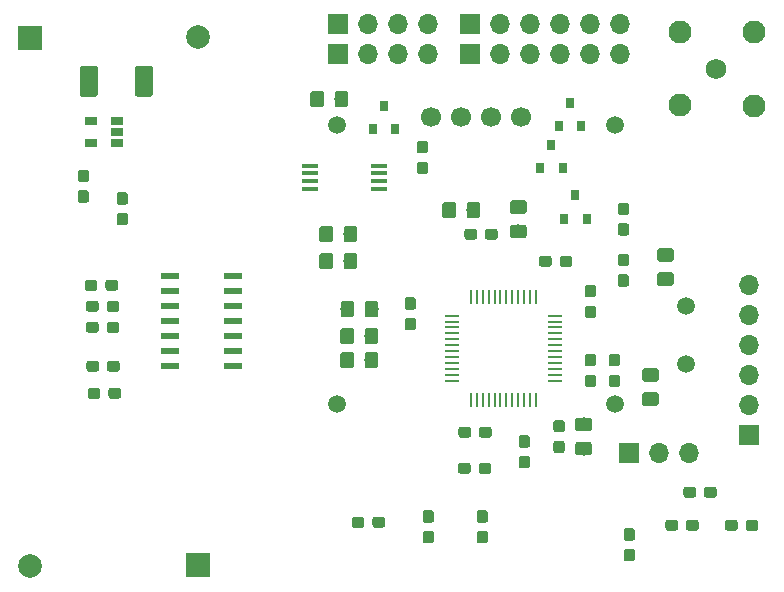
<source format=gbs>
G04 #@! TF.GenerationSoftware,KiCad,Pcbnew,(5.0.0)*
G04 #@! TF.CreationDate,2019-03-24T17:02:07+01:00*
G04 #@! TF.ProjectId,lcrmeter,6C63726D657465722E6B696361645F70,rev?*
G04 #@! TF.SameCoordinates,Original*
G04 #@! TF.FileFunction,Soldermask,Bot*
G04 #@! TF.FilePolarity,Negative*
%FSLAX46Y46*%
G04 Gerber Fmt 4.6, Leading zero omitted, Abs format (unit mm)*
G04 Created by KiCad (PCBNEW (5.0.0)) date 03/24/19 17:02:07*
%MOMM*%
%LPD*%
G01*
G04 APERTURE LIST*
%ADD10C,1.750000*%
%ADD11C,1.950000*%
%ADD12C,2.000000*%
%ADD13R,2.000000X2.000000*%
%ADD14C,0.100000*%
%ADD15C,1.150000*%
%ADD16C,0.950000*%
%ADD17R,0.800000X0.900000*%
%ADD18R,1.700000X1.700000*%
%ADD19O,1.700000X1.700000*%
%ADD20R,1.450000X0.450000*%
%ADD21R,1.300000X0.250000*%
%ADD22R,0.250000X1.300000*%
%ADD23C,1.700000*%
%ADD24C,1.500000*%
%ADD25R,1.500000X0.600000*%
%ADD26R,1.060000X0.650000*%
%ADD27C,1.525000*%
G04 APERTURE END LIST*
D10*
G04 #@! TO.C,J5*
X169926000Y-102362000D03*
D11*
X173076000Y-99212000D03*
X173076000Y-105462000D03*
X166876000Y-105412000D03*
X166876000Y-99212000D03*
G04 #@! TD*
D12*
G04 #@! TO.C,BT1*
X126078308Y-99635920D03*
D13*
X126078308Y-144335920D03*
G04 #@! TD*
G04 #@! TO.C,BT2*
X111854308Y-99735920D03*
D12*
X111854308Y-144435920D03*
G04 #@! TD*
D14*
G04 #@! TO.C,C1*
G36*
X164812505Y-127678204D02*
X164836773Y-127681804D01*
X164860572Y-127687765D01*
X164883671Y-127696030D01*
X164905850Y-127706520D01*
X164926893Y-127719132D01*
X164946599Y-127733747D01*
X164964777Y-127750223D01*
X164981253Y-127768401D01*
X164995868Y-127788107D01*
X165008480Y-127809150D01*
X165018970Y-127831329D01*
X165027235Y-127854428D01*
X165033196Y-127878227D01*
X165036796Y-127902495D01*
X165038000Y-127926999D01*
X165038000Y-128577001D01*
X165036796Y-128601505D01*
X165033196Y-128625773D01*
X165027235Y-128649572D01*
X165018970Y-128672671D01*
X165008480Y-128694850D01*
X164995868Y-128715893D01*
X164981253Y-128735599D01*
X164964777Y-128753777D01*
X164946599Y-128770253D01*
X164926893Y-128784868D01*
X164905850Y-128797480D01*
X164883671Y-128807970D01*
X164860572Y-128816235D01*
X164836773Y-128822196D01*
X164812505Y-128825796D01*
X164788001Y-128827000D01*
X163887999Y-128827000D01*
X163863495Y-128825796D01*
X163839227Y-128822196D01*
X163815428Y-128816235D01*
X163792329Y-128807970D01*
X163770150Y-128797480D01*
X163749107Y-128784868D01*
X163729401Y-128770253D01*
X163711223Y-128753777D01*
X163694747Y-128735599D01*
X163680132Y-128715893D01*
X163667520Y-128694850D01*
X163657030Y-128672671D01*
X163648765Y-128649572D01*
X163642804Y-128625773D01*
X163639204Y-128601505D01*
X163638000Y-128577001D01*
X163638000Y-127926999D01*
X163639204Y-127902495D01*
X163642804Y-127878227D01*
X163648765Y-127854428D01*
X163657030Y-127831329D01*
X163667520Y-127809150D01*
X163680132Y-127788107D01*
X163694747Y-127768401D01*
X163711223Y-127750223D01*
X163729401Y-127733747D01*
X163749107Y-127719132D01*
X163770150Y-127706520D01*
X163792329Y-127696030D01*
X163815428Y-127687765D01*
X163839227Y-127681804D01*
X163863495Y-127678204D01*
X163887999Y-127677000D01*
X164788001Y-127677000D01*
X164812505Y-127678204D01*
X164812505Y-127678204D01*
G37*
D15*
X164338000Y-128252000D03*
D14*
G36*
X164812505Y-129728204D02*
X164836773Y-129731804D01*
X164860572Y-129737765D01*
X164883671Y-129746030D01*
X164905850Y-129756520D01*
X164926893Y-129769132D01*
X164946599Y-129783747D01*
X164964777Y-129800223D01*
X164981253Y-129818401D01*
X164995868Y-129838107D01*
X165008480Y-129859150D01*
X165018970Y-129881329D01*
X165027235Y-129904428D01*
X165033196Y-129928227D01*
X165036796Y-129952495D01*
X165038000Y-129976999D01*
X165038000Y-130627001D01*
X165036796Y-130651505D01*
X165033196Y-130675773D01*
X165027235Y-130699572D01*
X165018970Y-130722671D01*
X165008480Y-130744850D01*
X164995868Y-130765893D01*
X164981253Y-130785599D01*
X164964777Y-130803777D01*
X164946599Y-130820253D01*
X164926893Y-130834868D01*
X164905850Y-130847480D01*
X164883671Y-130857970D01*
X164860572Y-130866235D01*
X164836773Y-130872196D01*
X164812505Y-130875796D01*
X164788001Y-130877000D01*
X163887999Y-130877000D01*
X163863495Y-130875796D01*
X163839227Y-130872196D01*
X163815428Y-130866235D01*
X163792329Y-130857970D01*
X163770150Y-130847480D01*
X163749107Y-130834868D01*
X163729401Y-130820253D01*
X163711223Y-130803777D01*
X163694747Y-130785599D01*
X163680132Y-130765893D01*
X163667520Y-130744850D01*
X163657030Y-130722671D01*
X163648765Y-130699572D01*
X163642804Y-130675773D01*
X163639204Y-130651505D01*
X163638000Y-130627001D01*
X163638000Y-129976999D01*
X163639204Y-129952495D01*
X163642804Y-129928227D01*
X163648765Y-129904428D01*
X163657030Y-129881329D01*
X163667520Y-129859150D01*
X163680132Y-129838107D01*
X163694747Y-129818401D01*
X163711223Y-129800223D01*
X163729401Y-129783747D01*
X163749107Y-129769132D01*
X163770150Y-129756520D01*
X163792329Y-129746030D01*
X163815428Y-129737765D01*
X163839227Y-129731804D01*
X163863495Y-129728204D01*
X163887999Y-129727000D01*
X164788001Y-129727000D01*
X164812505Y-129728204D01*
X164812505Y-129728204D01*
G37*
D15*
X164338000Y-130302000D03*
G04 #@! TD*
D14*
G04 #@! TO.C,C2*
G36*
X166082505Y-119568204D02*
X166106773Y-119571804D01*
X166130572Y-119577765D01*
X166153671Y-119586030D01*
X166175850Y-119596520D01*
X166196893Y-119609132D01*
X166216599Y-119623747D01*
X166234777Y-119640223D01*
X166251253Y-119658401D01*
X166265868Y-119678107D01*
X166278480Y-119699150D01*
X166288970Y-119721329D01*
X166297235Y-119744428D01*
X166303196Y-119768227D01*
X166306796Y-119792495D01*
X166308000Y-119816999D01*
X166308000Y-120467001D01*
X166306796Y-120491505D01*
X166303196Y-120515773D01*
X166297235Y-120539572D01*
X166288970Y-120562671D01*
X166278480Y-120584850D01*
X166265868Y-120605893D01*
X166251253Y-120625599D01*
X166234777Y-120643777D01*
X166216599Y-120660253D01*
X166196893Y-120674868D01*
X166175850Y-120687480D01*
X166153671Y-120697970D01*
X166130572Y-120706235D01*
X166106773Y-120712196D01*
X166082505Y-120715796D01*
X166058001Y-120717000D01*
X165157999Y-120717000D01*
X165133495Y-120715796D01*
X165109227Y-120712196D01*
X165085428Y-120706235D01*
X165062329Y-120697970D01*
X165040150Y-120687480D01*
X165019107Y-120674868D01*
X164999401Y-120660253D01*
X164981223Y-120643777D01*
X164964747Y-120625599D01*
X164950132Y-120605893D01*
X164937520Y-120584850D01*
X164927030Y-120562671D01*
X164918765Y-120539572D01*
X164912804Y-120515773D01*
X164909204Y-120491505D01*
X164908000Y-120467001D01*
X164908000Y-119816999D01*
X164909204Y-119792495D01*
X164912804Y-119768227D01*
X164918765Y-119744428D01*
X164927030Y-119721329D01*
X164937520Y-119699150D01*
X164950132Y-119678107D01*
X164964747Y-119658401D01*
X164981223Y-119640223D01*
X164999401Y-119623747D01*
X165019107Y-119609132D01*
X165040150Y-119596520D01*
X165062329Y-119586030D01*
X165085428Y-119577765D01*
X165109227Y-119571804D01*
X165133495Y-119568204D01*
X165157999Y-119567000D01*
X166058001Y-119567000D01*
X166082505Y-119568204D01*
X166082505Y-119568204D01*
G37*
D15*
X165608000Y-120142000D03*
D14*
G36*
X166082505Y-117518204D02*
X166106773Y-117521804D01*
X166130572Y-117527765D01*
X166153671Y-117536030D01*
X166175850Y-117546520D01*
X166196893Y-117559132D01*
X166216599Y-117573747D01*
X166234777Y-117590223D01*
X166251253Y-117608401D01*
X166265868Y-117628107D01*
X166278480Y-117649150D01*
X166288970Y-117671329D01*
X166297235Y-117694428D01*
X166303196Y-117718227D01*
X166306796Y-117742495D01*
X166308000Y-117766999D01*
X166308000Y-118417001D01*
X166306796Y-118441505D01*
X166303196Y-118465773D01*
X166297235Y-118489572D01*
X166288970Y-118512671D01*
X166278480Y-118534850D01*
X166265868Y-118555893D01*
X166251253Y-118575599D01*
X166234777Y-118593777D01*
X166216599Y-118610253D01*
X166196893Y-118624868D01*
X166175850Y-118637480D01*
X166153671Y-118647970D01*
X166130572Y-118656235D01*
X166106773Y-118662196D01*
X166082505Y-118665796D01*
X166058001Y-118667000D01*
X165157999Y-118667000D01*
X165133495Y-118665796D01*
X165109227Y-118662196D01*
X165085428Y-118656235D01*
X165062329Y-118647970D01*
X165040150Y-118637480D01*
X165019107Y-118624868D01*
X164999401Y-118610253D01*
X164981223Y-118593777D01*
X164964747Y-118575599D01*
X164950132Y-118555893D01*
X164937520Y-118534850D01*
X164927030Y-118512671D01*
X164918765Y-118489572D01*
X164912804Y-118465773D01*
X164909204Y-118441505D01*
X164908000Y-118417001D01*
X164908000Y-117766999D01*
X164909204Y-117742495D01*
X164912804Y-117718227D01*
X164918765Y-117694428D01*
X164927030Y-117671329D01*
X164937520Y-117649150D01*
X164950132Y-117628107D01*
X164964747Y-117608401D01*
X164981223Y-117590223D01*
X164999401Y-117573747D01*
X165019107Y-117559132D01*
X165040150Y-117546520D01*
X165062329Y-117536030D01*
X165085428Y-117527765D01*
X165109227Y-117521804D01*
X165133495Y-117518204D01*
X165157999Y-117517000D01*
X166058001Y-117517000D01*
X166082505Y-117518204D01*
X166082505Y-117518204D01*
G37*
D15*
X165608000Y-118092000D03*
G04 #@! TD*
D14*
G04 #@! TO.C,C3*
G36*
X148928779Y-132622144D02*
X148951834Y-132625563D01*
X148974443Y-132631227D01*
X148996387Y-132639079D01*
X149017457Y-132649044D01*
X149037448Y-132661026D01*
X149056168Y-132674910D01*
X149073438Y-132690562D01*
X149089090Y-132707832D01*
X149102974Y-132726552D01*
X149114956Y-132746543D01*
X149124921Y-132767613D01*
X149132773Y-132789557D01*
X149138437Y-132812166D01*
X149141856Y-132835221D01*
X149143000Y-132858500D01*
X149143000Y-133333500D01*
X149141856Y-133356779D01*
X149138437Y-133379834D01*
X149132773Y-133402443D01*
X149124921Y-133424387D01*
X149114956Y-133445457D01*
X149102974Y-133465448D01*
X149089090Y-133484168D01*
X149073438Y-133501438D01*
X149056168Y-133517090D01*
X149037448Y-133530974D01*
X149017457Y-133542956D01*
X148996387Y-133552921D01*
X148974443Y-133560773D01*
X148951834Y-133566437D01*
X148928779Y-133569856D01*
X148905500Y-133571000D01*
X148330500Y-133571000D01*
X148307221Y-133569856D01*
X148284166Y-133566437D01*
X148261557Y-133560773D01*
X148239613Y-133552921D01*
X148218543Y-133542956D01*
X148198552Y-133530974D01*
X148179832Y-133517090D01*
X148162562Y-133501438D01*
X148146910Y-133484168D01*
X148133026Y-133465448D01*
X148121044Y-133445457D01*
X148111079Y-133424387D01*
X148103227Y-133402443D01*
X148097563Y-133379834D01*
X148094144Y-133356779D01*
X148093000Y-133333500D01*
X148093000Y-132858500D01*
X148094144Y-132835221D01*
X148097563Y-132812166D01*
X148103227Y-132789557D01*
X148111079Y-132767613D01*
X148121044Y-132746543D01*
X148133026Y-132726552D01*
X148146910Y-132707832D01*
X148162562Y-132690562D01*
X148179832Y-132674910D01*
X148198552Y-132661026D01*
X148218543Y-132649044D01*
X148239613Y-132639079D01*
X148261557Y-132631227D01*
X148284166Y-132625563D01*
X148307221Y-132622144D01*
X148330500Y-132621000D01*
X148905500Y-132621000D01*
X148928779Y-132622144D01*
X148928779Y-132622144D01*
G37*
D16*
X148618000Y-133096000D03*
D14*
G36*
X150678779Y-132622144D02*
X150701834Y-132625563D01*
X150724443Y-132631227D01*
X150746387Y-132639079D01*
X150767457Y-132649044D01*
X150787448Y-132661026D01*
X150806168Y-132674910D01*
X150823438Y-132690562D01*
X150839090Y-132707832D01*
X150852974Y-132726552D01*
X150864956Y-132746543D01*
X150874921Y-132767613D01*
X150882773Y-132789557D01*
X150888437Y-132812166D01*
X150891856Y-132835221D01*
X150893000Y-132858500D01*
X150893000Y-133333500D01*
X150891856Y-133356779D01*
X150888437Y-133379834D01*
X150882773Y-133402443D01*
X150874921Y-133424387D01*
X150864956Y-133445457D01*
X150852974Y-133465448D01*
X150839090Y-133484168D01*
X150823438Y-133501438D01*
X150806168Y-133517090D01*
X150787448Y-133530974D01*
X150767457Y-133542956D01*
X150746387Y-133552921D01*
X150724443Y-133560773D01*
X150701834Y-133566437D01*
X150678779Y-133569856D01*
X150655500Y-133571000D01*
X150080500Y-133571000D01*
X150057221Y-133569856D01*
X150034166Y-133566437D01*
X150011557Y-133560773D01*
X149989613Y-133552921D01*
X149968543Y-133542956D01*
X149948552Y-133530974D01*
X149929832Y-133517090D01*
X149912562Y-133501438D01*
X149896910Y-133484168D01*
X149883026Y-133465448D01*
X149871044Y-133445457D01*
X149861079Y-133424387D01*
X149853227Y-133402443D01*
X149847563Y-133379834D01*
X149844144Y-133356779D01*
X149843000Y-133333500D01*
X149843000Y-132858500D01*
X149844144Y-132835221D01*
X149847563Y-132812166D01*
X149853227Y-132789557D01*
X149861079Y-132767613D01*
X149871044Y-132746543D01*
X149883026Y-132726552D01*
X149896910Y-132707832D01*
X149912562Y-132690562D01*
X149929832Y-132674910D01*
X149948552Y-132661026D01*
X149968543Y-132649044D01*
X149989613Y-132639079D01*
X150011557Y-132631227D01*
X150034166Y-132625563D01*
X150057221Y-132622144D01*
X150080500Y-132621000D01*
X150655500Y-132621000D01*
X150678779Y-132622144D01*
X150678779Y-132622144D01*
G37*
D16*
X150368000Y-133096000D03*
G04 #@! TD*
D14*
G04 #@! TO.C,C4*
G36*
X144278779Y-123428144D02*
X144301834Y-123431563D01*
X144324443Y-123437227D01*
X144346387Y-123445079D01*
X144367457Y-123455044D01*
X144387448Y-123467026D01*
X144406168Y-123480910D01*
X144423438Y-123496562D01*
X144439090Y-123513832D01*
X144452974Y-123532552D01*
X144464956Y-123552543D01*
X144474921Y-123573613D01*
X144482773Y-123595557D01*
X144488437Y-123618166D01*
X144491856Y-123641221D01*
X144493000Y-123664500D01*
X144493000Y-124239500D01*
X144491856Y-124262779D01*
X144488437Y-124285834D01*
X144482773Y-124308443D01*
X144474921Y-124330387D01*
X144464956Y-124351457D01*
X144452974Y-124371448D01*
X144439090Y-124390168D01*
X144423438Y-124407438D01*
X144406168Y-124423090D01*
X144387448Y-124436974D01*
X144367457Y-124448956D01*
X144346387Y-124458921D01*
X144324443Y-124466773D01*
X144301834Y-124472437D01*
X144278779Y-124475856D01*
X144255500Y-124477000D01*
X143780500Y-124477000D01*
X143757221Y-124475856D01*
X143734166Y-124472437D01*
X143711557Y-124466773D01*
X143689613Y-124458921D01*
X143668543Y-124448956D01*
X143648552Y-124436974D01*
X143629832Y-124423090D01*
X143612562Y-124407438D01*
X143596910Y-124390168D01*
X143583026Y-124371448D01*
X143571044Y-124351457D01*
X143561079Y-124330387D01*
X143553227Y-124308443D01*
X143547563Y-124285834D01*
X143544144Y-124262779D01*
X143543000Y-124239500D01*
X143543000Y-123664500D01*
X143544144Y-123641221D01*
X143547563Y-123618166D01*
X143553227Y-123595557D01*
X143561079Y-123573613D01*
X143571044Y-123552543D01*
X143583026Y-123532552D01*
X143596910Y-123513832D01*
X143612562Y-123496562D01*
X143629832Y-123480910D01*
X143648552Y-123467026D01*
X143668543Y-123455044D01*
X143689613Y-123445079D01*
X143711557Y-123437227D01*
X143734166Y-123431563D01*
X143757221Y-123428144D01*
X143780500Y-123427000D01*
X144255500Y-123427000D01*
X144278779Y-123428144D01*
X144278779Y-123428144D01*
G37*
D16*
X144018000Y-123952000D03*
D14*
G36*
X144278779Y-121678144D02*
X144301834Y-121681563D01*
X144324443Y-121687227D01*
X144346387Y-121695079D01*
X144367457Y-121705044D01*
X144387448Y-121717026D01*
X144406168Y-121730910D01*
X144423438Y-121746562D01*
X144439090Y-121763832D01*
X144452974Y-121782552D01*
X144464956Y-121802543D01*
X144474921Y-121823613D01*
X144482773Y-121845557D01*
X144488437Y-121868166D01*
X144491856Y-121891221D01*
X144493000Y-121914500D01*
X144493000Y-122489500D01*
X144491856Y-122512779D01*
X144488437Y-122535834D01*
X144482773Y-122558443D01*
X144474921Y-122580387D01*
X144464956Y-122601457D01*
X144452974Y-122621448D01*
X144439090Y-122640168D01*
X144423438Y-122657438D01*
X144406168Y-122673090D01*
X144387448Y-122686974D01*
X144367457Y-122698956D01*
X144346387Y-122708921D01*
X144324443Y-122716773D01*
X144301834Y-122722437D01*
X144278779Y-122725856D01*
X144255500Y-122727000D01*
X143780500Y-122727000D01*
X143757221Y-122725856D01*
X143734166Y-122722437D01*
X143711557Y-122716773D01*
X143689613Y-122708921D01*
X143668543Y-122698956D01*
X143648552Y-122686974D01*
X143629832Y-122673090D01*
X143612562Y-122657438D01*
X143596910Y-122640168D01*
X143583026Y-122621448D01*
X143571044Y-122601457D01*
X143561079Y-122580387D01*
X143553227Y-122558443D01*
X143547563Y-122535834D01*
X143544144Y-122512779D01*
X143543000Y-122489500D01*
X143543000Y-121914500D01*
X143544144Y-121891221D01*
X143547563Y-121868166D01*
X143553227Y-121845557D01*
X143561079Y-121823613D01*
X143571044Y-121802543D01*
X143583026Y-121782552D01*
X143596910Y-121763832D01*
X143612562Y-121746562D01*
X143629832Y-121730910D01*
X143648552Y-121717026D01*
X143668543Y-121705044D01*
X143689613Y-121695079D01*
X143711557Y-121687227D01*
X143734166Y-121681563D01*
X143757221Y-121678144D01*
X143780500Y-121677000D01*
X144255500Y-121677000D01*
X144278779Y-121678144D01*
X144278779Y-121678144D01*
G37*
D16*
X144018000Y-122202000D03*
G04 #@! TD*
D14*
G04 #@! TO.C,C5*
G36*
X157508779Y-118144144D02*
X157531834Y-118147563D01*
X157554443Y-118153227D01*
X157576387Y-118161079D01*
X157597457Y-118171044D01*
X157617448Y-118183026D01*
X157636168Y-118196910D01*
X157653438Y-118212562D01*
X157669090Y-118229832D01*
X157682974Y-118248552D01*
X157694956Y-118268543D01*
X157704921Y-118289613D01*
X157712773Y-118311557D01*
X157718437Y-118334166D01*
X157721856Y-118357221D01*
X157723000Y-118380500D01*
X157723000Y-118855500D01*
X157721856Y-118878779D01*
X157718437Y-118901834D01*
X157712773Y-118924443D01*
X157704921Y-118946387D01*
X157694956Y-118967457D01*
X157682974Y-118987448D01*
X157669090Y-119006168D01*
X157653438Y-119023438D01*
X157636168Y-119039090D01*
X157617448Y-119052974D01*
X157597457Y-119064956D01*
X157576387Y-119074921D01*
X157554443Y-119082773D01*
X157531834Y-119088437D01*
X157508779Y-119091856D01*
X157485500Y-119093000D01*
X156910500Y-119093000D01*
X156887221Y-119091856D01*
X156864166Y-119088437D01*
X156841557Y-119082773D01*
X156819613Y-119074921D01*
X156798543Y-119064956D01*
X156778552Y-119052974D01*
X156759832Y-119039090D01*
X156742562Y-119023438D01*
X156726910Y-119006168D01*
X156713026Y-118987448D01*
X156701044Y-118967457D01*
X156691079Y-118946387D01*
X156683227Y-118924443D01*
X156677563Y-118901834D01*
X156674144Y-118878779D01*
X156673000Y-118855500D01*
X156673000Y-118380500D01*
X156674144Y-118357221D01*
X156677563Y-118334166D01*
X156683227Y-118311557D01*
X156691079Y-118289613D01*
X156701044Y-118268543D01*
X156713026Y-118248552D01*
X156726910Y-118229832D01*
X156742562Y-118212562D01*
X156759832Y-118196910D01*
X156778552Y-118183026D01*
X156798543Y-118171044D01*
X156819613Y-118161079D01*
X156841557Y-118153227D01*
X156864166Y-118147563D01*
X156887221Y-118144144D01*
X156910500Y-118143000D01*
X157485500Y-118143000D01*
X157508779Y-118144144D01*
X157508779Y-118144144D01*
G37*
D16*
X157198000Y-118618000D03*
D14*
G36*
X155758779Y-118144144D02*
X155781834Y-118147563D01*
X155804443Y-118153227D01*
X155826387Y-118161079D01*
X155847457Y-118171044D01*
X155867448Y-118183026D01*
X155886168Y-118196910D01*
X155903438Y-118212562D01*
X155919090Y-118229832D01*
X155932974Y-118248552D01*
X155944956Y-118268543D01*
X155954921Y-118289613D01*
X155962773Y-118311557D01*
X155968437Y-118334166D01*
X155971856Y-118357221D01*
X155973000Y-118380500D01*
X155973000Y-118855500D01*
X155971856Y-118878779D01*
X155968437Y-118901834D01*
X155962773Y-118924443D01*
X155954921Y-118946387D01*
X155944956Y-118967457D01*
X155932974Y-118987448D01*
X155919090Y-119006168D01*
X155903438Y-119023438D01*
X155886168Y-119039090D01*
X155867448Y-119052974D01*
X155847457Y-119064956D01*
X155826387Y-119074921D01*
X155804443Y-119082773D01*
X155781834Y-119088437D01*
X155758779Y-119091856D01*
X155735500Y-119093000D01*
X155160500Y-119093000D01*
X155137221Y-119091856D01*
X155114166Y-119088437D01*
X155091557Y-119082773D01*
X155069613Y-119074921D01*
X155048543Y-119064956D01*
X155028552Y-119052974D01*
X155009832Y-119039090D01*
X154992562Y-119023438D01*
X154976910Y-119006168D01*
X154963026Y-118987448D01*
X154951044Y-118967457D01*
X154941079Y-118946387D01*
X154933227Y-118924443D01*
X154927563Y-118901834D01*
X154924144Y-118878779D01*
X154923000Y-118855500D01*
X154923000Y-118380500D01*
X154924144Y-118357221D01*
X154927563Y-118334166D01*
X154933227Y-118311557D01*
X154941079Y-118289613D01*
X154951044Y-118268543D01*
X154963026Y-118248552D01*
X154976910Y-118229832D01*
X154992562Y-118212562D01*
X155009832Y-118196910D01*
X155028552Y-118183026D01*
X155048543Y-118171044D01*
X155069613Y-118161079D01*
X155091557Y-118153227D01*
X155114166Y-118147563D01*
X155137221Y-118144144D01*
X155160500Y-118143000D01*
X155735500Y-118143000D01*
X155758779Y-118144144D01*
X155758779Y-118144144D01*
G37*
D16*
X155448000Y-118618000D03*
G04 #@! TD*
D14*
G04 #@! TO.C,C6*
G36*
X145294779Y-108442144D02*
X145317834Y-108445563D01*
X145340443Y-108451227D01*
X145362387Y-108459079D01*
X145383457Y-108469044D01*
X145403448Y-108481026D01*
X145422168Y-108494910D01*
X145439438Y-108510562D01*
X145455090Y-108527832D01*
X145468974Y-108546552D01*
X145480956Y-108566543D01*
X145490921Y-108587613D01*
X145498773Y-108609557D01*
X145504437Y-108632166D01*
X145507856Y-108655221D01*
X145509000Y-108678500D01*
X145509000Y-109253500D01*
X145507856Y-109276779D01*
X145504437Y-109299834D01*
X145498773Y-109322443D01*
X145490921Y-109344387D01*
X145480956Y-109365457D01*
X145468974Y-109385448D01*
X145455090Y-109404168D01*
X145439438Y-109421438D01*
X145422168Y-109437090D01*
X145403448Y-109450974D01*
X145383457Y-109462956D01*
X145362387Y-109472921D01*
X145340443Y-109480773D01*
X145317834Y-109486437D01*
X145294779Y-109489856D01*
X145271500Y-109491000D01*
X144796500Y-109491000D01*
X144773221Y-109489856D01*
X144750166Y-109486437D01*
X144727557Y-109480773D01*
X144705613Y-109472921D01*
X144684543Y-109462956D01*
X144664552Y-109450974D01*
X144645832Y-109437090D01*
X144628562Y-109421438D01*
X144612910Y-109404168D01*
X144599026Y-109385448D01*
X144587044Y-109365457D01*
X144577079Y-109344387D01*
X144569227Y-109322443D01*
X144563563Y-109299834D01*
X144560144Y-109276779D01*
X144559000Y-109253500D01*
X144559000Y-108678500D01*
X144560144Y-108655221D01*
X144563563Y-108632166D01*
X144569227Y-108609557D01*
X144577079Y-108587613D01*
X144587044Y-108566543D01*
X144599026Y-108546552D01*
X144612910Y-108527832D01*
X144628562Y-108510562D01*
X144645832Y-108494910D01*
X144664552Y-108481026D01*
X144684543Y-108469044D01*
X144705613Y-108459079D01*
X144727557Y-108451227D01*
X144750166Y-108445563D01*
X144773221Y-108442144D01*
X144796500Y-108441000D01*
X145271500Y-108441000D01*
X145294779Y-108442144D01*
X145294779Y-108442144D01*
G37*
D16*
X145034000Y-108966000D03*
D14*
G36*
X145294779Y-110192144D02*
X145317834Y-110195563D01*
X145340443Y-110201227D01*
X145362387Y-110209079D01*
X145383457Y-110219044D01*
X145403448Y-110231026D01*
X145422168Y-110244910D01*
X145439438Y-110260562D01*
X145455090Y-110277832D01*
X145468974Y-110296552D01*
X145480956Y-110316543D01*
X145490921Y-110337613D01*
X145498773Y-110359557D01*
X145504437Y-110382166D01*
X145507856Y-110405221D01*
X145509000Y-110428500D01*
X145509000Y-111003500D01*
X145507856Y-111026779D01*
X145504437Y-111049834D01*
X145498773Y-111072443D01*
X145490921Y-111094387D01*
X145480956Y-111115457D01*
X145468974Y-111135448D01*
X145455090Y-111154168D01*
X145439438Y-111171438D01*
X145422168Y-111187090D01*
X145403448Y-111200974D01*
X145383457Y-111212956D01*
X145362387Y-111222921D01*
X145340443Y-111230773D01*
X145317834Y-111236437D01*
X145294779Y-111239856D01*
X145271500Y-111241000D01*
X144796500Y-111241000D01*
X144773221Y-111239856D01*
X144750166Y-111236437D01*
X144727557Y-111230773D01*
X144705613Y-111222921D01*
X144684543Y-111212956D01*
X144664552Y-111200974D01*
X144645832Y-111187090D01*
X144628562Y-111171438D01*
X144612910Y-111154168D01*
X144599026Y-111135448D01*
X144587044Y-111115457D01*
X144577079Y-111094387D01*
X144569227Y-111072443D01*
X144563563Y-111049834D01*
X144560144Y-111026779D01*
X144559000Y-111003500D01*
X144559000Y-110428500D01*
X144560144Y-110405221D01*
X144563563Y-110382166D01*
X144569227Y-110359557D01*
X144577079Y-110337613D01*
X144587044Y-110316543D01*
X144599026Y-110296552D01*
X144612910Y-110277832D01*
X144628562Y-110260562D01*
X144645832Y-110244910D01*
X144664552Y-110231026D01*
X144684543Y-110219044D01*
X144705613Y-110209079D01*
X144727557Y-110201227D01*
X144750166Y-110195563D01*
X144773221Y-110192144D01*
X144796500Y-110191000D01*
X145271500Y-110191000D01*
X145294779Y-110192144D01*
X145294779Y-110192144D01*
G37*
D16*
X145034000Y-110716000D03*
G04 #@! TD*
D14*
G04 #@! TO.C,C7*
G36*
X159518779Y-126476144D02*
X159541834Y-126479563D01*
X159564443Y-126485227D01*
X159586387Y-126493079D01*
X159607457Y-126503044D01*
X159627448Y-126515026D01*
X159646168Y-126528910D01*
X159663438Y-126544562D01*
X159679090Y-126561832D01*
X159692974Y-126580552D01*
X159704956Y-126600543D01*
X159714921Y-126621613D01*
X159722773Y-126643557D01*
X159728437Y-126666166D01*
X159731856Y-126689221D01*
X159733000Y-126712500D01*
X159733000Y-127287500D01*
X159731856Y-127310779D01*
X159728437Y-127333834D01*
X159722773Y-127356443D01*
X159714921Y-127378387D01*
X159704956Y-127399457D01*
X159692974Y-127419448D01*
X159679090Y-127438168D01*
X159663438Y-127455438D01*
X159646168Y-127471090D01*
X159627448Y-127484974D01*
X159607457Y-127496956D01*
X159586387Y-127506921D01*
X159564443Y-127514773D01*
X159541834Y-127520437D01*
X159518779Y-127523856D01*
X159495500Y-127525000D01*
X159020500Y-127525000D01*
X158997221Y-127523856D01*
X158974166Y-127520437D01*
X158951557Y-127514773D01*
X158929613Y-127506921D01*
X158908543Y-127496956D01*
X158888552Y-127484974D01*
X158869832Y-127471090D01*
X158852562Y-127455438D01*
X158836910Y-127438168D01*
X158823026Y-127419448D01*
X158811044Y-127399457D01*
X158801079Y-127378387D01*
X158793227Y-127356443D01*
X158787563Y-127333834D01*
X158784144Y-127310779D01*
X158783000Y-127287500D01*
X158783000Y-126712500D01*
X158784144Y-126689221D01*
X158787563Y-126666166D01*
X158793227Y-126643557D01*
X158801079Y-126621613D01*
X158811044Y-126600543D01*
X158823026Y-126580552D01*
X158836910Y-126561832D01*
X158852562Y-126544562D01*
X158869832Y-126528910D01*
X158888552Y-126515026D01*
X158908543Y-126503044D01*
X158929613Y-126493079D01*
X158951557Y-126485227D01*
X158974166Y-126479563D01*
X158997221Y-126476144D01*
X159020500Y-126475000D01*
X159495500Y-126475000D01*
X159518779Y-126476144D01*
X159518779Y-126476144D01*
G37*
D16*
X159258000Y-127000000D03*
D14*
G36*
X159518779Y-128226144D02*
X159541834Y-128229563D01*
X159564443Y-128235227D01*
X159586387Y-128243079D01*
X159607457Y-128253044D01*
X159627448Y-128265026D01*
X159646168Y-128278910D01*
X159663438Y-128294562D01*
X159679090Y-128311832D01*
X159692974Y-128330552D01*
X159704956Y-128350543D01*
X159714921Y-128371613D01*
X159722773Y-128393557D01*
X159728437Y-128416166D01*
X159731856Y-128439221D01*
X159733000Y-128462500D01*
X159733000Y-129037500D01*
X159731856Y-129060779D01*
X159728437Y-129083834D01*
X159722773Y-129106443D01*
X159714921Y-129128387D01*
X159704956Y-129149457D01*
X159692974Y-129169448D01*
X159679090Y-129188168D01*
X159663438Y-129205438D01*
X159646168Y-129221090D01*
X159627448Y-129234974D01*
X159607457Y-129246956D01*
X159586387Y-129256921D01*
X159564443Y-129264773D01*
X159541834Y-129270437D01*
X159518779Y-129273856D01*
X159495500Y-129275000D01*
X159020500Y-129275000D01*
X158997221Y-129273856D01*
X158974166Y-129270437D01*
X158951557Y-129264773D01*
X158929613Y-129256921D01*
X158908543Y-129246956D01*
X158888552Y-129234974D01*
X158869832Y-129221090D01*
X158852562Y-129205438D01*
X158836910Y-129188168D01*
X158823026Y-129169448D01*
X158811044Y-129149457D01*
X158801079Y-129128387D01*
X158793227Y-129106443D01*
X158787563Y-129083834D01*
X158784144Y-129060779D01*
X158783000Y-129037500D01*
X158783000Y-128462500D01*
X158784144Y-128439221D01*
X158787563Y-128416166D01*
X158793227Y-128393557D01*
X158801079Y-128371613D01*
X158811044Y-128350543D01*
X158823026Y-128330552D01*
X158836910Y-128311832D01*
X158852562Y-128294562D01*
X158869832Y-128278910D01*
X158888552Y-128265026D01*
X158908543Y-128253044D01*
X158929613Y-128243079D01*
X158951557Y-128235227D01*
X158974166Y-128229563D01*
X158997221Y-128226144D01*
X159020500Y-128225000D01*
X159495500Y-128225000D01*
X159518779Y-128226144D01*
X159518779Y-128226144D01*
G37*
D16*
X159258000Y-128750000D03*
G04 #@! TD*
D14*
G04 #@! TO.C,C8*
G36*
X167978779Y-137702144D02*
X168001834Y-137705563D01*
X168024443Y-137711227D01*
X168046387Y-137719079D01*
X168067457Y-137729044D01*
X168087448Y-137741026D01*
X168106168Y-137754910D01*
X168123438Y-137770562D01*
X168139090Y-137787832D01*
X168152974Y-137806552D01*
X168164956Y-137826543D01*
X168174921Y-137847613D01*
X168182773Y-137869557D01*
X168188437Y-137892166D01*
X168191856Y-137915221D01*
X168193000Y-137938500D01*
X168193000Y-138413500D01*
X168191856Y-138436779D01*
X168188437Y-138459834D01*
X168182773Y-138482443D01*
X168174921Y-138504387D01*
X168164956Y-138525457D01*
X168152974Y-138545448D01*
X168139090Y-138564168D01*
X168123438Y-138581438D01*
X168106168Y-138597090D01*
X168087448Y-138610974D01*
X168067457Y-138622956D01*
X168046387Y-138632921D01*
X168024443Y-138640773D01*
X168001834Y-138646437D01*
X167978779Y-138649856D01*
X167955500Y-138651000D01*
X167380500Y-138651000D01*
X167357221Y-138649856D01*
X167334166Y-138646437D01*
X167311557Y-138640773D01*
X167289613Y-138632921D01*
X167268543Y-138622956D01*
X167248552Y-138610974D01*
X167229832Y-138597090D01*
X167212562Y-138581438D01*
X167196910Y-138564168D01*
X167183026Y-138545448D01*
X167171044Y-138525457D01*
X167161079Y-138504387D01*
X167153227Y-138482443D01*
X167147563Y-138459834D01*
X167144144Y-138436779D01*
X167143000Y-138413500D01*
X167143000Y-137938500D01*
X167144144Y-137915221D01*
X167147563Y-137892166D01*
X167153227Y-137869557D01*
X167161079Y-137847613D01*
X167171044Y-137826543D01*
X167183026Y-137806552D01*
X167196910Y-137787832D01*
X167212562Y-137770562D01*
X167229832Y-137754910D01*
X167248552Y-137741026D01*
X167268543Y-137729044D01*
X167289613Y-137719079D01*
X167311557Y-137711227D01*
X167334166Y-137705563D01*
X167357221Y-137702144D01*
X167380500Y-137701000D01*
X167955500Y-137701000D01*
X167978779Y-137702144D01*
X167978779Y-137702144D01*
G37*
D16*
X167668000Y-138176000D03*
D14*
G36*
X169728779Y-137702144D02*
X169751834Y-137705563D01*
X169774443Y-137711227D01*
X169796387Y-137719079D01*
X169817457Y-137729044D01*
X169837448Y-137741026D01*
X169856168Y-137754910D01*
X169873438Y-137770562D01*
X169889090Y-137787832D01*
X169902974Y-137806552D01*
X169914956Y-137826543D01*
X169924921Y-137847613D01*
X169932773Y-137869557D01*
X169938437Y-137892166D01*
X169941856Y-137915221D01*
X169943000Y-137938500D01*
X169943000Y-138413500D01*
X169941856Y-138436779D01*
X169938437Y-138459834D01*
X169932773Y-138482443D01*
X169924921Y-138504387D01*
X169914956Y-138525457D01*
X169902974Y-138545448D01*
X169889090Y-138564168D01*
X169873438Y-138581438D01*
X169856168Y-138597090D01*
X169837448Y-138610974D01*
X169817457Y-138622956D01*
X169796387Y-138632921D01*
X169774443Y-138640773D01*
X169751834Y-138646437D01*
X169728779Y-138649856D01*
X169705500Y-138651000D01*
X169130500Y-138651000D01*
X169107221Y-138649856D01*
X169084166Y-138646437D01*
X169061557Y-138640773D01*
X169039613Y-138632921D01*
X169018543Y-138622956D01*
X168998552Y-138610974D01*
X168979832Y-138597090D01*
X168962562Y-138581438D01*
X168946910Y-138564168D01*
X168933026Y-138545448D01*
X168921044Y-138525457D01*
X168911079Y-138504387D01*
X168903227Y-138482443D01*
X168897563Y-138459834D01*
X168894144Y-138436779D01*
X168893000Y-138413500D01*
X168893000Y-137938500D01*
X168894144Y-137915221D01*
X168897563Y-137892166D01*
X168903227Y-137869557D01*
X168911079Y-137847613D01*
X168921044Y-137826543D01*
X168933026Y-137806552D01*
X168946910Y-137787832D01*
X168962562Y-137770562D01*
X168979832Y-137754910D01*
X168998552Y-137741026D01*
X169018543Y-137729044D01*
X169039613Y-137719079D01*
X169061557Y-137711227D01*
X169084166Y-137705563D01*
X169107221Y-137702144D01*
X169130500Y-137701000D01*
X169705500Y-137701000D01*
X169728779Y-137702144D01*
X169728779Y-137702144D01*
G37*
D16*
X169418000Y-138176000D03*
G04 #@! TD*
D14*
G04 #@! TO.C,C9*
G36*
X159518779Y-122384144D02*
X159541834Y-122387563D01*
X159564443Y-122393227D01*
X159586387Y-122401079D01*
X159607457Y-122411044D01*
X159627448Y-122423026D01*
X159646168Y-122436910D01*
X159663438Y-122452562D01*
X159679090Y-122469832D01*
X159692974Y-122488552D01*
X159704956Y-122508543D01*
X159714921Y-122529613D01*
X159722773Y-122551557D01*
X159728437Y-122574166D01*
X159731856Y-122597221D01*
X159733000Y-122620500D01*
X159733000Y-123195500D01*
X159731856Y-123218779D01*
X159728437Y-123241834D01*
X159722773Y-123264443D01*
X159714921Y-123286387D01*
X159704956Y-123307457D01*
X159692974Y-123327448D01*
X159679090Y-123346168D01*
X159663438Y-123363438D01*
X159646168Y-123379090D01*
X159627448Y-123392974D01*
X159607457Y-123404956D01*
X159586387Y-123414921D01*
X159564443Y-123422773D01*
X159541834Y-123428437D01*
X159518779Y-123431856D01*
X159495500Y-123433000D01*
X159020500Y-123433000D01*
X158997221Y-123431856D01*
X158974166Y-123428437D01*
X158951557Y-123422773D01*
X158929613Y-123414921D01*
X158908543Y-123404956D01*
X158888552Y-123392974D01*
X158869832Y-123379090D01*
X158852562Y-123363438D01*
X158836910Y-123346168D01*
X158823026Y-123327448D01*
X158811044Y-123307457D01*
X158801079Y-123286387D01*
X158793227Y-123264443D01*
X158787563Y-123241834D01*
X158784144Y-123218779D01*
X158783000Y-123195500D01*
X158783000Y-122620500D01*
X158784144Y-122597221D01*
X158787563Y-122574166D01*
X158793227Y-122551557D01*
X158801079Y-122529613D01*
X158811044Y-122508543D01*
X158823026Y-122488552D01*
X158836910Y-122469832D01*
X158852562Y-122452562D01*
X158869832Y-122436910D01*
X158888552Y-122423026D01*
X158908543Y-122411044D01*
X158929613Y-122401079D01*
X158951557Y-122393227D01*
X158974166Y-122387563D01*
X158997221Y-122384144D01*
X159020500Y-122383000D01*
X159495500Y-122383000D01*
X159518779Y-122384144D01*
X159518779Y-122384144D01*
G37*
D16*
X159258000Y-122908000D03*
D14*
G36*
X159518779Y-120634144D02*
X159541834Y-120637563D01*
X159564443Y-120643227D01*
X159586387Y-120651079D01*
X159607457Y-120661044D01*
X159627448Y-120673026D01*
X159646168Y-120686910D01*
X159663438Y-120702562D01*
X159679090Y-120719832D01*
X159692974Y-120738552D01*
X159704956Y-120758543D01*
X159714921Y-120779613D01*
X159722773Y-120801557D01*
X159728437Y-120824166D01*
X159731856Y-120847221D01*
X159733000Y-120870500D01*
X159733000Y-121445500D01*
X159731856Y-121468779D01*
X159728437Y-121491834D01*
X159722773Y-121514443D01*
X159714921Y-121536387D01*
X159704956Y-121557457D01*
X159692974Y-121577448D01*
X159679090Y-121596168D01*
X159663438Y-121613438D01*
X159646168Y-121629090D01*
X159627448Y-121642974D01*
X159607457Y-121654956D01*
X159586387Y-121664921D01*
X159564443Y-121672773D01*
X159541834Y-121678437D01*
X159518779Y-121681856D01*
X159495500Y-121683000D01*
X159020500Y-121683000D01*
X158997221Y-121681856D01*
X158974166Y-121678437D01*
X158951557Y-121672773D01*
X158929613Y-121664921D01*
X158908543Y-121654956D01*
X158888552Y-121642974D01*
X158869832Y-121629090D01*
X158852562Y-121613438D01*
X158836910Y-121596168D01*
X158823026Y-121577448D01*
X158811044Y-121557457D01*
X158801079Y-121536387D01*
X158793227Y-121514443D01*
X158787563Y-121491834D01*
X158784144Y-121468779D01*
X158783000Y-121445500D01*
X158783000Y-120870500D01*
X158784144Y-120847221D01*
X158787563Y-120824166D01*
X158793227Y-120801557D01*
X158801079Y-120779613D01*
X158811044Y-120758543D01*
X158823026Y-120738552D01*
X158836910Y-120719832D01*
X158852562Y-120702562D01*
X158869832Y-120686910D01*
X158888552Y-120673026D01*
X158908543Y-120661044D01*
X158929613Y-120651079D01*
X158951557Y-120643227D01*
X158974166Y-120637563D01*
X158997221Y-120634144D01*
X159020500Y-120633000D01*
X159495500Y-120633000D01*
X159518779Y-120634144D01*
X159518779Y-120634144D01*
G37*
D16*
X159258000Y-121158000D03*
G04 #@! TD*
D14*
G04 #@! TO.C,C10*
G36*
X161550779Y-128226144D02*
X161573834Y-128229563D01*
X161596443Y-128235227D01*
X161618387Y-128243079D01*
X161639457Y-128253044D01*
X161659448Y-128265026D01*
X161678168Y-128278910D01*
X161695438Y-128294562D01*
X161711090Y-128311832D01*
X161724974Y-128330552D01*
X161736956Y-128350543D01*
X161746921Y-128371613D01*
X161754773Y-128393557D01*
X161760437Y-128416166D01*
X161763856Y-128439221D01*
X161765000Y-128462500D01*
X161765000Y-129037500D01*
X161763856Y-129060779D01*
X161760437Y-129083834D01*
X161754773Y-129106443D01*
X161746921Y-129128387D01*
X161736956Y-129149457D01*
X161724974Y-129169448D01*
X161711090Y-129188168D01*
X161695438Y-129205438D01*
X161678168Y-129221090D01*
X161659448Y-129234974D01*
X161639457Y-129246956D01*
X161618387Y-129256921D01*
X161596443Y-129264773D01*
X161573834Y-129270437D01*
X161550779Y-129273856D01*
X161527500Y-129275000D01*
X161052500Y-129275000D01*
X161029221Y-129273856D01*
X161006166Y-129270437D01*
X160983557Y-129264773D01*
X160961613Y-129256921D01*
X160940543Y-129246956D01*
X160920552Y-129234974D01*
X160901832Y-129221090D01*
X160884562Y-129205438D01*
X160868910Y-129188168D01*
X160855026Y-129169448D01*
X160843044Y-129149457D01*
X160833079Y-129128387D01*
X160825227Y-129106443D01*
X160819563Y-129083834D01*
X160816144Y-129060779D01*
X160815000Y-129037500D01*
X160815000Y-128462500D01*
X160816144Y-128439221D01*
X160819563Y-128416166D01*
X160825227Y-128393557D01*
X160833079Y-128371613D01*
X160843044Y-128350543D01*
X160855026Y-128330552D01*
X160868910Y-128311832D01*
X160884562Y-128294562D01*
X160901832Y-128278910D01*
X160920552Y-128265026D01*
X160940543Y-128253044D01*
X160961613Y-128243079D01*
X160983557Y-128235227D01*
X161006166Y-128229563D01*
X161029221Y-128226144D01*
X161052500Y-128225000D01*
X161527500Y-128225000D01*
X161550779Y-128226144D01*
X161550779Y-128226144D01*
G37*
D16*
X161290000Y-128750000D03*
D14*
G36*
X161550779Y-126476144D02*
X161573834Y-126479563D01*
X161596443Y-126485227D01*
X161618387Y-126493079D01*
X161639457Y-126503044D01*
X161659448Y-126515026D01*
X161678168Y-126528910D01*
X161695438Y-126544562D01*
X161711090Y-126561832D01*
X161724974Y-126580552D01*
X161736956Y-126600543D01*
X161746921Y-126621613D01*
X161754773Y-126643557D01*
X161760437Y-126666166D01*
X161763856Y-126689221D01*
X161765000Y-126712500D01*
X161765000Y-127287500D01*
X161763856Y-127310779D01*
X161760437Y-127333834D01*
X161754773Y-127356443D01*
X161746921Y-127378387D01*
X161736956Y-127399457D01*
X161724974Y-127419448D01*
X161711090Y-127438168D01*
X161695438Y-127455438D01*
X161678168Y-127471090D01*
X161659448Y-127484974D01*
X161639457Y-127496956D01*
X161618387Y-127506921D01*
X161596443Y-127514773D01*
X161573834Y-127520437D01*
X161550779Y-127523856D01*
X161527500Y-127525000D01*
X161052500Y-127525000D01*
X161029221Y-127523856D01*
X161006166Y-127520437D01*
X160983557Y-127514773D01*
X160961613Y-127506921D01*
X160940543Y-127496956D01*
X160920552Y-127484974D01*
X160901832Y-127471090D01*
X160884562Y-127455438D01*
X160868910Y-127438168D01*
X160855026Y-127419448D01*
X160843044Y-127399457D01*
X160833079Y-127378387D01*
X160825227Y-127356443D01*
X160819563Y-127333834D01*
X160816144Y-127310779D01*
X160815000Y-127287500D01*
X160815000Y-126712500D01*
X160816144Y-126689221D01*
X160819563Y-126666166D01*
X160825227Y-126643557D01*
X160833079Y-126621613D01*
X160843044Y-126600543D01*
X160855026Y-126580552D01*
X160868910Y-126561832D01*
X160884562Y-126544562D01*
X160901832Y-126528910D01*
X160920552Y-126515026D01*
X160940543Y-126503044D01*
X160961613Y-126493079D01*
X160983557Y-126485227D01*
X161006166Y-126479563D01*
X161029221Y-126476144D01*
X161052500Y-126475000D01*
X161527500Y-126475000D01*
X161550779Y-126476144D01*
X161550779Y-126476144D01*
G37*
D16*
X161290000Y-127000000D03*
G04 #@! TD*
D14*
G04 #@! TO.C,C11*
G36*
X153636505Y-115522204D02*
X153660773Y-115525804D01*
X153684572Y-115531765D01*
X153707671Y-115540030D01*
X153729850Y-115550520D01*
X153750893Y-115563132D01*
X153770599Y-115577747D01*
X153788777Y-115594223D01*
X153805253Y-115612401D01*
X153819868Y-115632107D01*
X153832480Y-115653150D01*
X153842970Y-115675329D01*
X153851235Y-115698428D01*
X153857196Y-115722227D01*
X153860796Y-115746495D01*
X153862000Y-115770999D01*
X153862000Y-116421001D01*
X153860796Y-116445505D01*
X153857196Y-116469773D01*
X153851235Y-116493572D01*
X153842970Y-116516671D01*
X153832480Y-116538850D01*
X153819868Y-116559893D01*
X153805253Y-116579599D01*
X153788777Y-116597777D01*
X153770599Y-116614253D01*
X153750893Y-116628868D01*
X153729850Y-116641480D01*
X153707671Y-116651970D01*
X153684572Y-116660235D01*
X153660773Y-116666196D01*
X153636505Y-116669796D01*
X153612001Y-116671000D01*
X152711999Y-116671000D01*
X152687495Y-116669796D01*
X152663227Y-116666196D01*
X152639428Y-116660235D01*
X152616329Y-116651970D01*
X152594150Y-116641480D01*
X152573107Y-116628868D01*
X152553401Y-116614253D01*
X152535223Y-116597777D01*
X152518747Y-116579599D01*
X152504132Y-116559893D01*
X152491520Y-116538850D01*
X152481030Y-116516671D01*
X152472765Y-116493572D01*
X152466804Y-116469773D01*
X152463204Y-116445505D01*
X152462000Y-116421001D01*
X152462000Y-115770999D01*
X152463204Y-115746495D01*
X152466804Y-115722227D01*
X152472765Y-115698428D01*
X152481030Y-115675329D01*
X152491520Y-115653150D01*
X152504132Y-115632107D01*
X152518747Y-115612401D01*
X152535223Y-115594223D01*
X152553401Y-115577747D01*
X152573107Y-115563132D01*
X152594150Y-115550520D01*
X152616329Y-115540030D01*
X152639428Y-115531765D01*
X152663227Y-115525804D01*
X152687495Y-115522204D01*
X152711999Y-115521000D01*
X153612001Y-115521000D01*
X153636505Y-115522204D01*
X153636505Y-115522204D01*
G37*
D15*
X153162000Y-116096000D03*
D14*
G36*
X153636505Y-113472204D02*
X153660773Y-113475804D01*
X153684572Y-113481765D01*
X153707671Y-113490030D01*
X153729850Y-113500520D01*
X153750893Y-113513132D01*
X153770599Y-113527747D01*
X153788777Y-113544223D01*
X153805253Y-113562401D01*
X153819868Y-113582107D01*
X153832480Y-113603150D01*
X153842970Y-113625329D01*
X153851235Y-113648428D01*
X153857196Y-113672227D01*
X153860796Y-113696495D01*
X153862000Y-113720999D01*
X153862000Y-114371001D01*
X153860796Y-114395505D01*
X153857196Y-114419773D01*
X153851235Y-114443572D01*
X153842970Y-114466671D01*
X153832480Y-114488850D01*
X153819868Y-114509893D01*
X153805253Y-114529599D01*
X153788777Y-114547777D01*
X153770599Y-114564253D01*
X153750893Y-114578868D01*
X153729850Y-114591480D01*
X153707671Y-114601970D01*
X153684572Y-114610235D01*
X153660773Y-114616196D01*
X153636505Y-114619796D01*
X153612001Y-114621000D01*
X152711999Y-114621000D01*
X152687495Y-114619796D01*
X152663227Y-114616196D01*
X152639428Y-114610235D01*
X152616329Y-114601970D01*
X152594150Y-114591480D01*
X152573107Y-114578868D01*
X152553401Y-114564253D01*
X152535223Y-114547777D01*
X152518747Y-114529599D01*
X152504132Y-114509893D01*
X152491520Y-114488850D01*
X152481030Y-114466671D01*
X152472765Y-114443572D01*
X152466804Y-114419773D01*
X152463204Y-114395505D01*
X152462000Y-114371001D01*
X152462000Y-113720999D01*
X152463204Y-113696495D01*
X152466804Y-113672227D01*
X152472765Y-113648428D01*
X152481030Y-113625329D01*
X152491520Y-113603150D01*
X152504132Y-113582107D01*
X152518747Y-113562401D01*
X152535223Y-113544223D01*
X152553401Y-113527747D01*
X152573107Y-113513132D01*
X152594150Y-113500520D01*
X152616329Y-113490030D01*
X152639428Y-113481765D01*
X152663227Y-113475804D01*
X152687495Y-113472204D01*
X152711999Y-113471000D01*
X153612001Y-113471000D01*
X153636505Y-113472204D01*
X153636505Y-113472204D01*
G37*
D15*
X153162000Y-114046000D03*
G04 #@! TD*
D14*
G04 #@! TO.C,C12*
G36*
X119041779Y-120176144D02*
X119064834Y-120179563D01*
X119087443Y-120185227D01*
X119109387Y-120193079D01*
X119130457Y-120203044D01*
X119150448Y-120215026D01*
X119169168Y-120228910D01*
X119186438Y-120244562D01*
X119202090Y-120261832D01*
X119215974Y-120280552D01*
X119227956Y-120300543D01*
X119237921Y-120321613D01*
X119245773Y-120343557D01*
X119251437Y-120366166D01*
X119254856Y-120389221D01*
X119256000Y-120412500D01*
X119256000Y-120887500D01*
X119254856Y-120910779D01*
X119251437Y-120933834D01*
X119245773Y-120956443D01*
X119237921Y-120978387D01*
X119227956Y-120999457D01*
X119215974Y-121019448D01*
X119202090Y-121038168D01*
X119186438Y-121055438D01*
X119169168Y-121071090D01*
X119150448Y-121084974D01*
X119130457Y-121096956D01*
X119109387Y-121106921D01*
X119087443Y-121114773D01*
X119064834Y-121120437D01*
X119041779Y-121123856D01*
X119018500Y-121125000D01*
X118443500Y-121125000D01*
X118420221Y-121123856D01*
X118397166Y-121120437D01*
X118374557Y-121114773D01*
X118352613Y-121106921D01*
X118331543Y-121096956D01*
X118311552Y-121084974D01*
X118292832Y-121071090D01*
X118275562Y-121055438D01*
X118259910Y-121038168D01*
X118246026Y-121019448D01*
X118234044Y-120999457D01*
X118224079Y-120978387D01*
X118216227Y-120956443D01*
X118210563Y-120933834D01*
X118207144Y-120910779D01*
X118206000Y-120887500D01*
X118206000Y-120412500D01*
X118207144Y-120389221D01*
X118210563Y-120366166D01*
X118216227Y-120343557D01*
X118224079Y-120321613D01*
X118234044Y-120300543D01*
X118246026Y-120280552D01*
X118259910Y-120261832D01*
X118275562Y-120244562D01*
X118292832Y-120228910D01*
X118311552Y-120215026D01*
X118331543Y-120203044D01*
X118352613Y-120193079D01*
X118374557Y-120185227D01*
X118397166Y-120179563D01*
X118420221Y-120176144D01*
X118443500Y-120175000D01*
X119018500Y-120175000D01*
X119041779Y-120176144D01*
X119041779Y-120176144D01*
G37*
D16*
X118731000Y-120650000D03*
D14*
G36*
X117291779Y-120176144D02*
X117314834Y-120179563D01*
X117337443Y-120185227D01*
X117359387Y-120193079D01*
X117380457Y-120203044D01*
X117400448Y-120215026D01*
X117419168Y-120228910D01*
X117436438Y-120244562D01*
X117452090Y-120261832D01*
X117465974Y-120280552D01*
X117477956Y-120300543D01*
X117487921Y-120321613D01*
X117495773Y-120343557D01*
X117501437Y-120366166D01*
X117504856Y-120389221D01*
X117506000Y-120412500D01*
X117506000Y-120887500D01*
X117504856Y-120910779D01*
X117501437Y-120933834D01*
X117495773Y-120956443D01*
X117487921Y-120978387D01*
X117477956Y-120999457D01*
X117465974Y-121019448D01*
X117452090Y-121038168D01*
X117436438Y-121055438D01*
X117419168Y-121071090D01*
X117400448Y-121084974D01*
X117380457Y-121096956D01*
X117359387Y-121106921D01*
X117337443Y-121114773D01*
X117314834Y-121120437D01*
X117291779Y-121123856D01*
X117268500Y-121125000D01*
X116693500Y-121125000D01*
X116670221Y-121123856D01*
X116647166Y-121120437D01*
X116624557Y-121114773D01*
X116602613Y-121106921D01*
X116581543Y-121096956D01*
X116561552Y-121084974D01*
X116542832Y-121071090D01*
X116525562Y-121055438D01*
X116509910Y-121038168D01*
X116496026Y-121019448D01*
X116484044Y-120999457D01*
X116474079Y-120978387D01*
X116466227Y-120956443D01*
X116460563Y-120933834D01*
X116457144Y-120910779D01*
X116456000Y-120887500D01*
X116456000Y-120412500D01*
X116457144Y-120389221D01*
X116460563Y-120366166D01*
X116466227Y-120343557D01*
X116474079Y-120321613D01*
X116484044Y-120300543D01*
X116496026Y-120280552D01*
X116509910Y-120261832D01*
X116525562Y-120244562D01*
X116542832Y-120228910D01*
X116561552Y-120215026D01*
X116581543Y-120203044D01*
X116602613Y-120193079D01*
X116624557Y-120185227D01*
X116647166Y-120179563D01*
X116670221Y-120176144D01*
X116693500Y-120175000D01*
X117268500Y-120175000D01*
X117291779Y-120176144D01*
X117291779Y-120176144D01*
G37*
D16*
X116981000Y-120650000D03*
G04 #@! TD*
D14*
G04 #@! TO.C,C13*
G36*
X162820779Y-142986144D02*
X162843834Y-142989563D01*
X162866443Y-142995227D01*
X162888387Y-143003079D01*
X162909457Y-143013044D01*
X162929448Y-143025026D01*
X162948168Y-143038910D01*
X162965438Y-143054562D01*
X162981090Y-143071832D01*
X162994974Y-143090552D01*
X163006956Y-143110543D01*
X163016921Y-143131613D01*
X163024773Y-143153557D01*
X163030437Y-143176166D01*
X163033856Y-143199221D01*
X163035000Y-143222500D01*
X163035000Y-143797500D01*
X163033856Y-143820779D01*
X163030437Y-143843834D01*
X163024773Y-143866443D01*
X163016921Y-143888387D01*
X163006956Y-143909457D01*
X162994974Y-143929448D01*
X162981090Y-143948168D01*
X162965438Y-143965438D01*
X162948168Y-143981090D01*
X162929448Y-143994974D01*
X162909457Y-144006956D01*
X162888387Y-144016921D01*
X162866443Y-144024773D01*
X162843834Y-144030437D01*
X162820779Y-144033856D01*
X162797500Y-144035000D01*
X162322500Y-144035000D01*
X162299221Y-144033856D01*
X162276166Y-144030437D01*
X162253557Y-144024773D01*
X162231613Y-144016921D01*
X162210543Y-144006956D01*
X162190552Y-143994974D01*
X162171832Y-143981090D01*
X162154562Y-143965438D01*
X162138910Y-143948168D01*
X162125026Y-143929448D01*
X162113044Y-143909457D01*
X162103079Y-143888387D01*
X162095227Y-143866443D01*
X162089563Y-143843834D01*
X162086144Y-143820779D01*
X162085000Y-143797500D01*
X162085000Y-143222500D01*
X162086144Y-143199221D01*
X162089563Y-143176166D01*
X162095227Y-143153557D01*
X162103079Y-143131613D01*
X162113044Y-143110543D01*
X162125026Y-143090552D01*
X162138910Y-143071832D01*
X162154562Y-143054562D01*
X162171832Y-143038910D01*
X162190552Y-143025026D01*
X162210543Y-143013044D01*
X162231613Y-143003079D01*
X162253557Y-142995227D01*
X162276166Y-142989563D01*
X162299221Y-142986144D01*
X162322500Y-142985000D01*
X162797500Y-142985000D01*
X162820779Y-142986144D01*
X162820779Y-142986144D01*
G37*
D16*
X162560000Y-143510000D03*
D14*
G36*
X162820779Y-141236144D02*
X162843834Y-141239563D01*
X162866443Y-141245227D01*
X162888387Y-141253079D01*
X162909457Y-141263044D01*
X162929448Y-141275026D01*
X162948168Y-141288910D01*
X162965438Y-141304562D01*
X162981090Y-141321832D01*
X162994974Y-141340552D01*
X163006956Y-141360543D01*
X163016921Y-141381613D01*
X163024773Y-141403557D01*
X163030437Y-141426166D01*
X163033856Y-141449221D01*
X163035000Y-141472500D01*
X163035000Y-142047500D01*
X163033856Y-142070779D01*
X163030437Y-142093834D01*
X163024773Y-142116443D01*
X163016921Y-142138387D01*
X163006956Y-142159457D01*
X162994974Y-142179448D01*
X162981090Y-142198168D01*
X162965438Y-142215438D01*
X162948168Y-142231090D01*
X162929448Y-142244974D01*
X162909457Y-142256956D01*
X162888387Y-142266921D01*
X162866443Y-142274773D01*
X162843834Y-142280437D01*
X162820779Y-142283856D01*
X162797500Y-142285000D01*
X162322500Y-142285000D01*
X162299221Y-142283856D01*
X162276166Y-142280437D01*
X162253557Y-142274773D01*
X162231613Y-142266921D01*
X162210543Y-142256956D01*
X162190552Y-142244974D01*
X162171832Y-142231090D01*
X162154562Y-142215438D01*
X162138910Y-142198168D01*
X162125026Y-142179448D01*
X162113044Y-142159457D01*
X162103079Y-142138387D01*
X162095227Y-142116443D01*
X162089563Y-142093834D01*
X162086144Y-142070779D01*
X162085000Y-142047500D01*
X162085000Y-141472500D01*
X162086144Y-141449221D01*
X162089563Y-141426166D01*
X162095227Y-141403557D01*
X162103079Y-141381613D01*
X162113044Y-141360543D01*
X162125026Y-141340552D01*
X162138910Y-141321832D01*
X162154562Y-141304562D01*
X162171832Y-141288910D01*
X162190552Y-141275026D01*
X162210543Y-141263044D01*
X162231613Y-141253079D01*
X162253557Y-141245227D01*
X162276166Y-141239563D01*
X162299221Y-141236144D01*
X162322500Y-141235000D01*
X162797500Y-141235000D01*
X162820779Y-141236144D01*
X162820779Y-141236144D01*
G37*
D16*
X162560000Y-141760000D03*
G04 #@! TD*
D14*
G04 #@! TO.C,C14*
G36*
X117545779Y-129320144D02*
X117568834Y-129323563D01*
X117591443Y-129329227D01*
X117613387Y-129337079D01*
X117634457Y-129347044D01*
X117654448Y-129359026D01*
X117673168Y-129372910D01*
X117690438Y-129388562D01*
X117706090Y-129405832D01*
X117719974Y-129424552D01*
X117731956Y-129444543D01*
X117741921Y-129465613D01*
X117749773Y-129487557D01*
X117755437Y-129510166D01*
X117758856Y-129533221D01*
X117760000Y-129556500D01*
X117760000Y-130031500D01*
X117758856Y-130054779D01*
X117755437Y-130077834D01*
X117749773Y-130100443D01*
X117741921Y-130122387D01*
X117731956Y-130143457D01*
X117719974Y-130163448D01*
X117706090Y-130182168D01*
X117690438Y-130199438D01*
X117673168Y-130215090D01*
X117654448Y-130228974D01*
X117634457Y-130240956D01*
X117613387Y-130250921D01*
X117591443Y-130258773D01*
X117568834Y-130264437D01*
X117545779Y-130267856D01*
X117522500Y-130269000D01*
X116947500Y-130269000D01*
X116924221Y-130267856D01*
X116901166Y-130264437D01*
X116878557Y-130258773D01*
X116856613Y-130250921D01*
X116835543Y-130240956D01*
X116815552Y-130228974D01*
X116796832Y-130215090D01*
X116779562Y-130199438D01*
X116763910Y-130182168D01*
X116750026Y-130163448D01*
X116738044Y-130143457D01*
X116728079Y-130122387D01*
X116720227Y-130100443D01*
X116714563Y-130077834D01*
X116711144Y-130054779D01*
X116710000Y-130031500D01*
X116710000Y-129556500D01*
X116711144Y-129533221D01*
X116714563Y-129510166D01*
X116720227Y-129487557D01*
X116728079Y-129465613D01*
X116738044Y-129444543D01*
X116750026Y-129424552D01*
X116763910Y-129405832D01*
X116779562Y-129388562D01*
X116796832Y-129372910D01*
X116815552Y-129359026D01*
X116835543Y-129347044D01*
X116856613Y-129337079D01*
X116878557Y-129329227D01*
X116901166Y-129323563D01*
X116924221Y-129320144D01*
X116947500Y-129319000D01*
X117522500Y-129319000D01*
X117545779Y-129320144D01*
X117545779Y-129320144D01*
G37*
D16*
X117235000Y-129794000D03*
D14*
G36*
X119295779Y-129320144D02*
X119318834Y-129323563D01*
X119341443Y-129329227D01*
X119363387Y-129337079D01*
X119384457Y-129347044D01*
X119404448Y-129359026D01*
X119423168Y-129372910D01*
X119440438Y-129388562D01*
X119456090Y-129405832D01*
X119469974Y-129424552D01*
X119481956Y-129444543D01*
X119491921Y-129465613D01*
X119499773Y-129487557D01*
X119505437Y-129510166D01*
X119508856Y-129533221D01*
X119510000Y-129556500D01*
X119510000Y-130031500D01*
X119508856Y-130054779D01*
X119505437Y-130077834D01*
X119499773Y-130100443D01*
X119491921Y-130122387D01*
X119481956Y-130143457D01*
X119469974Y-130163448D01*
X119456090Y-130182168D01*
X119440438Y-130199438D01*
X119423168Y-130215090D01*
X119404448Y-130228974D01*
X119384457Y-130240956D01*
X119363387Y-130250921D01*
X119341443Y-130258773D01*
X119318834Y-130264437D01*
X119295779Y-130267856D01*
X119272500Y-130269000D01*
X118697500Y-130269000D01*
X118674221Y-130267856D01*
X118651166Y-130264437D01*
X118628557Y-130258773D01*
X118606613Y-130250921D01*
X118585543Y-130240956D01*
X118565552Y-130228974D01*
X118546832Y-130215090D01*
X118529562Y-130199438D01*
X118513910Y-130182168D01*
X118500026Y-130163448D01*
X118488044Y-130143457D01*
X118478079Y-130122387D01*
X118470227Y-130100443D01*
X118464563Y-130077834D01*
X118461144Y-130054779D01*
X118460000Y-130031500D01*
X118460000Y-129556500D01*
X118461144Y-129533221D01*
X118464563Y-129510166D01*
X118470227Y-129487557D01*
X118478079Y-129465613D01*
X118488044Y-129444543D01*
X118500026Y-129424552D01*
X118513910Y-129405832D01*
X118529562Y-129388562D01*
X118546832Y-129372910D01*
X118565552Y-129359026D01*
X118585543Y-129347044D01*
X118606613Y-129337079D01*
X118628557Y-129329227D01*
X118651166Y-129323563D01*
X118674221Y-129320144D01*
X118697500Y-129319000D01*
X119272500Y-129319000D01*
X119295779Y-129320144D01*
X119295779Y-129320144D01*
G37*
D16*
X118985000Y-129794000D03*
G04 #@! TD*
D14*
G04 #@! TO.C,C15*
G36*
X141647779Y-140242144D02*
X141670834Y-140245563D01*
X141693443Y-140251227D01*
X141715387Y-140259079D01*
X141736457Y-140269044D01*
X141756448Y-140281026D01*
X141775168Y-140294910D01*
X141792438Y-140310562D01*
X141808090Y-140327832D01*
X141821974Y-140346552D01*
X141833956Y-140366543D01*
X141843921Y-140387613D01*
X141851773Y-140409557D01*
X141857437Y-140432166D01*
X141860856Y-140455221D01*
X141862000Y-140478500D01*
X141862000Y-140953500D01*
X141860856Y-140976779D01*
X141857437Y-140999834D01*
X141851773Y-141022443D01*
X141843921Y-141044387D01*
X141833956Y-141065457D01*
X141821974Y-141085448D01*
X141808090Y-141104168D01*
X141792438Y-141121438D01*
X141775168Y-141137090D01*
X141756448Y-141150974D01*
X141736457Y-141162956D01*
X141715387Y-141172921D01*
X141693443Y-141180773D01*
X141670834Y-141186437D01*
X141647779Y-141189856D01*
X141624500Y-141191000D01*
X141049500Y-141191000D01*
X141026221Y-141189856D01*
X141003166Y-141186437D01*
X140980557Y-141180773D01*
X140958613Y-141172921D01*
X140937543Y-141162956D01*
X140917552Y-141150974D01*
X140898832Y-141137090D01*
X140881562Y-141121438D01*
X140865910Y-141104168D01*
X140852026Y-141085448D01*
X140840044Y-141065457D01*
X140830079Y-141044387D01*
X140822227Y-141022443D01*
X140816563Y-140999834D01*
X140813144Y-140976779D01*
X140812000Y-140953500D01*
X140812000Y-140478500D01*
X140813144Y-140455221D01*
X140816563Y-140432166D01*
X140822227Y-140409557D01*
X140830079Y-140387613D01*
X140840044Y-140366543D01*
X140852026Y-140346552D01*
X140865910Y-140327832D01*
X140881562Y-140310562D01*
X140898832Y-140294910D01*
X140917552Y-140281026D01*
X140937543Y-140269044D01*
X140958613Y-140259079D01*
X140980557Y-140251227D01*
X141003166Y-140245563D01*
X141026221Y-140242144D01*
X141049500Y-140241000D01*
X141624500Y-140241000D01*
X141647779Y-140242144D01*
X141647779Y-140242144D01*
G37*
D16*
X141337000Y-140716000D03*
D14*
G36*
X139897779Y-140242144D02*
X139920834Y-140245563D01*
X139943443Y-140251227D01*
X139965387Y-140259079D01*
X139986457Y-140269044D01*
X140006448Y-140281026D01*
X140025168Y-140294910D01*
X140042438Y-140310562D01*
X140058090Y-140327832D01*
X140071974Y-140346552D01*
X140083956Y-140366543D01*
X140093921Y-140387613D01*
X140101773Y-140409557D01*
X140107437Y-140432166D01*
X140110856Y-140455221D01*
X140112000Y-140478500D01*
X140112000Y-140953500D01*
X140110856Y-140976779D01*
X140107437Y-140999834D01*
X140101773Y-141022443D01*
X140093921Y-141044387D01*
X140083956Y-141065457D01*
X140071974Y-141085448D01*
X140058090Y-141104168D01*
X140042438Y-141121438D01*
X140025168Y-141137090D01*
X140006448Y-141150974D01*
X139986457Y-141162956D01*
X139965387Y-141172921D01*
X139943443Y-141180773D01*
X139920834Y-141186437D01*
X139897779Y-141189856D01*
X139874500Y-141191000D01*
X139299500Y-141191000D01*
X139276221Y-141189856D01*
X139253166Y-141186437D01*
X139230557Y-141180773D01*
X139208613Y-141172921D01*
X139187543Y-141162956D01*
X139167552Y-141150974D01*
X139148832Y-141137090D01*
X139131562Y-141121438D01*
X139115910Y-141104168D01*
X139102026Y-141085448D01*
X139090044Y-141065457D01*
X139080079Y-141044387D01*
X139072227Y-141022443D01*
X139066563Y-140999834D01*
X139063144Y-140976779D01*
X139062000Y-140953500D01*
X139062000Y-140478500D01*
X139063144Y-140455221D01*
X139066563Y-140432166D01*
X139072227Y-140409557D01*
X139080079Y-140387613D01*
X139090044Y-140366543D01*
X139102026Y-140346552D01*
X139115910Y-140327832D01*
X139131562Y-140310562D01*
X139148832Y-140294910D01*
X139167552Y-140281026D01*
X139187543Y-140269044D01*
X139208613Y-140259079D01*
X139230557Y-140251227D01*
X139253166Y-140245563D01*
X139276221Y-140242144D01*
X139299500Y-140241000D01*
X139874500Y-140241000D01*
X139897779Y-140242144D01*
X139897779Y-140242144D01*
G37*
D16*
X139587000Y-140716000D03*
G04 #@! TD*
D17*
G04 #@! TO.C,D2*
X156906000Y-110744000D03*
X155006000Y-110744000D03*
X155956000Y-108744000D03*
G04 #@! TD*
G04 #@! TO.C,D3*
X158938000Y-115030000D03*
X157038000Y-115030000D03*
X157988000Y-113030000D03*
G04 #@! TD*
G04 #@! TO.C,D4*
X142748000Y-107442000D03*
X140848000Y-107442000D03*
X141798000Y-105442000D03*
G04 #@! TD*
G04 #@! TO.C,D5*
X157546000Y-105188000D03*
X156596000Y-107188000D03*
X158496000Y-107188000D03*
G04 #@! TD*
D18*
G04 #@! TO.C,J1*
X137922000Y-101092000D03*
D19*
X140462000Y-101092000D03*
X143002000Y-101092000D03*
X145542000Y-101092000D03*
G04 #@! TD*
D18*
G04 #@! TO.C,J2*
X137922000Y-98552000D03*
D19*
X140462000Y-98552000D03*
X143002000Y-98552000D03*
X145542000Y-98552000D03*
G04 #@! TD*
D18*
G04 #@! TO.C,J3*
X172720000Y-133350000D03*
D19*
X172720000Y-130810000D03*
X172720000Y-128270000D03*
X172720000Y-125730000D03*
X172720000Y-123190000D03*
X172720000Y-120650000D03*
G04 #@! TD*
D18*
G04 #@! TO.C,J6*
X149098000Y-101092000D03*
D19*
X151638000Y-101092000D03*
X154178000Y-101092000D03*
X156718000Y-101092000D03*
X159258000Y-101092000D03*
X161798000Y-101092000D03*
G04 #@! TD*
G04 #@! TO.C,J7*
X161798000Y-98552000D03*
X159258000Y-98552000D03*
X156718000Y-98552000D03*
X154178000Y-98552000D03*
X151638000Y-98552000D03*
D18*
X149098000Y-98552000D03*
G04 #@! TD*
D14*
G04 #@! TO.C,L2*
G36*
X147651505Y-113601204D02*
X147675773Y-113604804D01*
X147699572Y-113610765D01*
X147722671Y-113619030D01*
X147744850Y-113629520D01*
X147765893Y-113642132D01*
X147785599Y-113656747D01*
X147803777Y-113673223D01*
X147820253Y-113691401D01*
X147834868Y-113711107D01*
X147847480Y-113732150D01*
X147857970Y-113754329D01*
X147866235Y-113777428D01*
X147872196Y-113801227D01*
X147875796Y-113825495D01*
X147877000Y-113849999D01*
X147877000Y-114750001D01*
X147875796Y-114774505D01*
X147872196Y-114798773D01*
X147866235Y-114822572D01*
X147857970Y-114845671D01*
X147847480Y-114867850D01*
X147834868Y-114888893D01*
X147820253Y-114908599D01*
X147803777Y-114926777D01*
X147785599Y-114943253D01*
X147765893Y-114957868D01*
X147744850Y-114970480D01*
X147722671Y-114980970D01*
X147699572Y-114989235D01*
X147675773Y-114995196D01*
X147651505Y-114998796D01*
X147627001Y-115000000D01*
X146976999Y-115000000D01*
X146952495Y-114998796D01*
X146928227Y-114995196D01*
X146904428Y-114989235D01*
X146881329Y-114980970D01*
X146859150Y-114970480D01*
X146838107Y-114957868D01*
X146818401Y-114943253D01*
X146800223Y-114926777D01*
X146783747Y-114908599D01*
X146769132Y-114888893D01*
X146756520Y-114867850D01*
X146746030Y-114845671D01*
X146737765Y-114822572D01*
X146731804Y-114798773D01*
X146728204Y-114774505D01*
X146727000Y-114750001D01*
X146727000Y-113849999D01*
X146728204Y-113825495D01*
X146731804Y-113801227D01*
X146737765Y-113777428D01*
X146746030Y-113754329D01*
X146756520Y-113732150D01*
X146769132Y-113711107D01*
X146783747Y-113691401D01*
X146800223Y-113673223D01*
X146818401Y-113656747D01*
X146838107Y-113642132D01*
X146859150Y-113629520D01*
X146881329Y-113619030D01*
X146904428Y-113610765D01*
X146928227Y-113604804D01*
X146952495Y-113601204D01*
X146976999Y-113600000D01*
X147627001Y-113600000D01*
X147651505Y-113601204D01*
X147651505Y-113601204D01*
G37*
D15*
X147302000Y-114300000D03*
D14*
G36*
X149701505Y-113601204D02*
X149725773Y-113604804D01*
X149749572Y-113610765D01*
X149772671Y-113619030D01*
X149794850Y-113629520D01*
X149815893Y-113642132D01*
X149835599Y-113656747D01*
X149853777Y-113673223D01*
X149870253Y-113691401D01*
X149884868Y-113711107D01*
X149897480Y-113732150D01*
X149907970Y-113754329D01*
X149916235Y-113777428D01*
X149922196Y-113801227D01*
X149925796Y-113825495D01*
X149927000Y-113849999D01*
X149927000Y-114750001D01*
X149925796Y-114774505D01*
X149922196Y-114798773D01*
X149916235Y-114822572D01*
X149907970Y-114845671D01*
X149897480Y-114867850D01*
X149884868Y-114888893D01*
X149870253Y-114908599D01*
X149853777Y-114926777D01*
X149835599Y-114943253D01*
X149815893Y-114957868D01*
X149794850Y-114970480D01*
X149772671Y-114980970D01*
X149749572Y-114989235D01*
X149725773Y-114995196D01*
X149701505Y-114998796D01*
X149677001Y-115000000D01*
X149026999Y-115000000D01*
X149002495Y-114998796D01*
X148978227Y-114995196D01*
X148954428Y-114989235D01*
X148931329Y-114980970D01*
X148909150Y-114970480D01*
X148888107Y-114957868D01*
X148868401Y-114943253D01*
X148850223Y-114926777D01*
X148833747Y-114908599D01*
X148819132Y-114888893D01*
X148806520Y-114867850D01*
X148796030Y-114845671D01*
X148787765Y-114822572D01*
X148781804Y-114798773D01*
X148778204Y-114774505D01*
X148777000Y-114750001D01*
X148777000Y-113849999D01*
X148778204Y-113825495D01*
X148781804Y-113801227D01*
X148787765Y-113777428D01*
X148796030Y-113754329D01*
X148806520Y-113732150D01*
X148819132Y-113711107D01*
X148833747Y-113691401D01*
X148850223Y-113673223D01*
X148868401Y-113656747D01*
X148888107Y-113642132D01*
X148909150Y-113629520D01*
X148931329Y-113619030D01*
X148954428Y-113610765D01*
X148978227Y-113604804D01*
X149002495Y-113601204D01*
X149026999Y-113600000D01*
X149677001Y-113600000D01*
X149701505Y-113601204D01*
X149701505Y-113601204D01*
G37*
D15*
X149352000Y-114300000D03*
G04 #@! TD*
D14*
G04 #@! TO.C,R1*
G36*
X136475505Y-104203204D02*
X136499773Y-104206804D01*
X136523572Y-104212765D01*
X136546671Y-104221030D01*
X136568850Y-104231520D01*
X136589893Y-104244132D01*
X136609599Y-104258747D01*
X136627777Y-104275223D01*
X136644253Y-104293401D01*
X136658868Y-104313107D01*
X136671480Y-104334150D01*
X136681970Y-104356329D01*
X136690235Y-104379428D01*
X136696196Y-104403227D01*
X136699796Y-104427495D01*
X136701000Y-104451999D01*
X136701000Y-105352001D01*
X136699796Y-105376505D01*
X136696196Y-105400773D01*
X136690235Y-105424572D01*
X136681970Y-105447671D01*
X136671480Y-105469850D01*
X136658868Y-105490893D01*
X136644253Y-105510599D01*
X136627777Y-105528777D01*
X136609599Y-105545253D01*
X136589893Y-105559868D01*
X136568850Y-105572480D01*
X136546671Y-105582970D01*
X136523572Y-105591235D01*
X136499773Y-105597196D01*
X136475505Y-105600796D01*
X136451001Y-105602000D01*
X135800999Y-105602000D01*
X135776495Y-105600796D01*
X135752227Y-105597196D01*
X135728428Y-105591235D01*
X135705329Y-105582970D01*
X135683150Y-105572480D01*
X135662107Y-105559868D01*
X135642401Y-105545253D01*
X135624223Y-105528777D01*
X135607747Y-105510599D01*
X135593132Y-105490893D01*
X135580520Y-105469850D01*
X135570030Y-105447671D01*
X135561765Y-105424572D01*
X135555804Y-105400773D01*
X135552204Y-105376505D01*
X135551000Y-105352001D01*
X135551000Y-104451999D01*
X135552204Y-104427495D01*
X135555804Y-104403227D01*
X135561765Y-104379428D01*
X135570030Y-104356329D01*
X135580520Y-104334150D01*
X135593132Y-104313107D01*
X135607747Y-104293401D01*
X135624223Y-104275223D01*
X135642401Y-104258747D01*
X135662107Y-104244132D01*
X135683150Y-104231520D01*
X135705329Y-104221030D01*
X135728428Y-104212765D01*
X135752227Y-104206804D01*
X135776495Y-104203204D01*
X135800999Y-104202000D01*
X136451001Y-104202000D01*
X136475505Y-104203204D01*
X136475505Y-104203204D01*
G37*
D15*
X136126000Y-104902000D03*
D14*
G36*
X138525505Y-104203204D02*
X138549773Y-104206804D01*
X138573572Y-104212765D01*
X138596671Y-104221030D01*
X138618850Y-104231520D01*
X138639893Y-104244132D01*
X138659599Y-104258747D01*
X138677777Y-104275223D01*
X138694253Y-104293401D01*
X138708868Y-104313107D01*
X138721480Y-104334150D01*
X138731970Y-104356329D01*
X138740235Y-104379428D01*
X138746196Y-104403227D01*
X138749796Y-104427495D01*
X138751000Y-104451999D01*
X138751000Y-105352001D01*
X138749796Y-105376505D01*
X138746196Y-105400773D01*
X138740235Y-105424572D01*
X138731970Y-105447671D01*
X138721480Y-105469850D01*
X138708868Y-105490893D01*
X138694253Y-105510599D01*
X138677777Y-105528777D01*
X138659599Y-105545253D01*
X138639893Y-105559868D01*
X138618850Y-105572480D01*
X138596671Y-105582970D01*
X138573572Y-105591235D01*
X138549773Y-105597196D01*
X138525505Y-105600796D01*
X138501001Y-105602000D01*
X137850999Y-105602000D01*
X137826495Y-105600796D01*
X137802227Y-105597196D01*
X137778428Y-105591235D01*
X137755329Y-105582970D01*
X137733150Y-105572480D01*
X137712107Y-105559868D01*
X137692401Y-105545253D01*
X137674223Y-105528777D01*
X137657747Y-105510599D01*
X137643132Y-105490893D01*
X137630520Y-105469850D01*
X137620030Y-105447671D01*
X137611765Y-105424572D01*
X137605804Y-105400773D01*
X137602204Y-105376505D01*
X137601000Y-105352001D01*
X137601000Y-104451999D01*
X137602204Y-104427495D01*
X137605804Y-104403227D01*
X137611765Y-104379428D01*
X137620030Y-104356329D01*
X137630520Y-104334150D01*
X137643132Y-104313107D01*
X137657747Y-104293401D01*
X137674223Y-104275223D01*
X137692401Y-104258747D01*
X137712107Y-104244132D01*
X137733150Y-104231520D01*
X137755329Y-104221030D01*
X137778428Y-104212765D01*
X137802227Y-104206804D01*
X137826495Y-104203204D01*
X137850999Y-104202000D01*
X138501001Y-104202000D01*
X138525505Y-104203204D01*
X138525505Y-104203204D01*
G37*
D15*
X138176000Y-104902000D03*
G04 #@! TD*
D14*
G04 #@! TO.C,R2*
G36*
X153930779Y-133362144D02*
X153953834Y-133365563D01*
X153976443Y-133371227D01*
X153998387Y-133379079D01*
X154019457Y-133389044D01*
X154039448Y-133401026D01*
X154058168Y-133414910D01*
X154075438Y-133430562D01*
X154091090Y-133447832D01*
X154104974Y-133466552D01*
X154116956Y-133486543D01*
X154126921Y-133507613D01*
X154134773Y-133529557D01*
X154140437Y-133552166D01*
X154143856Y-133575221D01*
X154145000Y-133598500D01*
X154145000Y-134173500D01*
X154143856Y-134196779D01*
X154140437Y-134219834D01*
X154134773Y-134242443D01*
X154126921Y-134264387D01*
X154116956Y-134285457D01*
X154104974Y-134305448D01*
X154091090Y-134324168D01*
X154075438Y-134341438D01*
X154058168Y-134357090D01*
X154039448Y-134370974D01*
X154019457Y-134382956D01*
X153998387Y-134392921D01*
X153976443Y-134400773D01*
X153953834Y-134406437D01*
X153930779Y-134409856D01*
X153907500Y-134411000D01*
X153432500Y-134411000D01*
X153409221Y-134409856D01*
X153386166Y-134406437D01*
X153363557Y-134400773D01*
X153341613Y-134392921D01*
X153320543Y-134382956D01*
X153300552Y-134370974D01*
X153281832Y-134357090D01*
X153264562Y-134341438D01*
X153248910Y-134324168D01*
X153235026Y-134305448D01*
X153223044Y-134285457D01*
X153213079Y-134264387D01*
X153205227Y-134242443D01*
X153199563Y-134219834D01*
X153196144Y-134196779D01*
X153195000Y-134173500D01*
X153195000Y-133598500D01*
X153196144Y-133575221D01*
X153199563Y-133552166D01*
X153205227Y-133529557D01*
X153213079Y-133507613D01*
X153223044Y-133486543D01*
X153235026Y-133466552D01*
X153248910Y-133447832D01*
X153264562Y-133430562D01*
X153281832Y-133414910D01*
X153300552Y-133401026D01*
X153320543Y-133389044D01*
X153341613Y-133379079D01*
X153363557Y-133371227D01*
X153386166Y-133365563D01*
X153409221Y-133362144D01*
X153432500Y-133361000D01*
X153907500Y-133361000D01*
X153930779Y-133362144D01*
X153930779Y-133362144D01*
G37*
D16*
X153670000Y-133886000D03*
D14*
G36*
X153930779Y-135112144D02*
X153953834Y-135115563D01*
X153976443Y-135121227D01*
X153998387Y-135129079D01*
X154019457Y-135139044D01*
X154039448Y-135151026D01*
X154058168Y-135164910D01*
X154075438Y-135180562D01*
X154091090Y-135197832D01*
X154104974Y-135216552D01*
X154116956Y-135236543D01*
X154126921Y-135257613D01*
X154134773Y-135279557D01*
X154140437Y-135302166D01*
X154143856Y-135325221D01*
X154145000Y-135348500D01*
X154145000Y-135923500D01*
X154143856Y-135946779D01*
X154140437Y-135969834D01*
X154134773Y-135992443D01*
X154126921Y-136014387D01*
X154116956Y-136035457D01*
X154104974Y-136055448D01*
X154091090Y-136074168D01*
X154075438Y-136091438D01*
X154058168Y-136107090D01*
X154039448Y-136120974D01*
X154019457Y-136132956D01*
X153998387Y-136142921D01*
X153976443Y-136150773D01*
X153953834Y-136156437D01*
X153930779Y-136159856D01*
X153907500Y-136161000D01*
X153432500Y-136161000D01*
X153409221Y-136159856D01*
X153386166Y-136156437D01*
X153363557Y-136150773D01*
X153341613Y-136142921D01*
X153320543Y-136132956D01*
X153300552Y-136120974D01*
X153281832Y-136107090D01*
X153264562Y-136091438D01*
X153248910Y-136074168D01*
X153235026Y-136055448D01*
X153223044Y-136035457D01*
X153213079Y-136014387D01*
X153205227Y-135992443D01*
X153199563Y-135969834D01*
X153196144Y-135946779D01*
X153195000Y-135923500D01*
X153195000Y-135348500D01*
X153196144Y-135325221D01*
X153199563Y-135302166D01*
X153205227Y-135279557D01*
X153213079Y-135257613D01*
X153223044Y-135236543D01*
X153235026Y-135216552D01*
X153248910Y-135197832D01*
X153264562Y-135180562D01*
X153281832Y-135164910D01*
X153300552Y-135151026D01*
X153320543Y-135139044D01*
X153341613Y-135129079D01*
X153363557Y-135121227D01*
X153386166Y-135115563D01*
X153409221Y-135112144D01*
X153432500Y-135111000D01*
X153907500Y-135111000D01*
X153930779Y-135112144D01*
X153930779Y-135112144D01*
G37*
D16*
X153670000Y-135636000D03*
G04 #@! TD*
D14*
G04 #@! TO.C,R3*
G36*
X149436779Y-115858144D02*
X149459834Y-115861563D01*
X149482443Y-115867227D01*
X149504387Y-115875079D01*
X149525457Y-115885044D01*
X149545448Y-115897026D01*
X149564168Y-115910910D01*
X149581438Y-115926562D01*
X149597090Y-115943832D01*
X149610974Y-115962552D01*
X149622956Y-115982543D01*
X149632921Y-116003613D01*
X149640773Y-116025557D01*
X149646437Y-116048166D01*
X149649856Y-116071221D01*
X149651000Y-116094500D01*
X149651000Y-116569500D01*
X149649856Y-116592779D01*
X149646437Y-116615834D01*
X149640773Y-116638443D01*
X149632921Y-116660387D01*
X149622956Y-116681457D01*
X149610974Y-116701448D01*
X149597090Y-116720168D01*
X149581438Y-116737438D01*
X149564168Y-116753090D01*
X149545448Y-116766974D01*
X149525457Y-116778956D01*
X149504387Y-116788921D01*
X149482443Y-116796773D01*
X149459834Y-116802437D01*
X149436779Y-116805856D01*
X149413500Y-116807000D01*
X148838500Y-116807000D01*
X148815221Y-116805856D01*
X148792166Y-116802437D01*
X148769557Y-116796773D01*
X148747613Y-116788921D01*
X148726543Y-116778956D01*
X148706552Y-116766974D01*
X148687832Y-116753090D01*
X148670562Y-116737438D01*
X148654910Y-116720168D01*
X148641026Y-116701448D01*
X148629044Y-116681457D01*
X148619079Y-116660387D01*
X148611227Y-116638443D01*
X148605563Y-116615834D01*
X148602144Y-116592779D01*
X148601000Y-116569500D01*
X148601000Y-116094500D01*
X148602144Y-116071221D01*
X148605563Y-116048166D01*
X148611227Y-116025557D01*
X148619079Y-116003613D01*
X148629044Y-115982543D01*
X148641026Y-115962552D01*
X148654910Y-115943832D01*
X148670562Y-115926562D01*
X148687832Y-115910910D01*
X148706552Y-115897026D01*
X148726543Y-115885044D01*
X148747613Y-115875079D01*
X148769557Y-115867227D01*
X148792166Y-115861563D01*
X148815221Y-115858144D01*
X148838500Y-115857000D01*
X149413500Y-115857000D01*
X149436779Y-115858144D01*
X149436779Y-115858144D01*
G37*
D16*
X149126000Y-116332000D03*
D14*
G36*
X151186779Y-115858144D02*
X151209834Y-115861563D01*
X151232443Y-115867227D01*
X151254387Y-115875079D01*
X151275457Y-115885044D01*
X151295448Y-115897026D01*
X151314168Y-115910910D01*
X151331438Y-115926562D01*
X151347090Y-115943832D01*
X151360974Y-115962552D01*
X151372956Y-115982543D01*
X151382921Y-116003613D01*
X151390773Y-116025557D01*
X151396437Y-116048166D01*
X151399856Y-116071221D01*
X151401000Y-116094500D01*
X151401000Y-116569500D01*
X151399856Y-116592779D01*
X151396437Y-116615834D01*
X151390773Y-116638443D01*
X151382921Y-116660387D01*
X151372956Y-116681457D01*
X151360974Y-116701448D01*
X151347090Y-116720168D01*
X151331438Y-116737438D01*
X151314168Y-116753090D01*
X151295448Y-116766974D01*
X151275457Y-116778956D01*
X151254387Y-116788921D01*
X151232443Y-116796773D01*
X151209834Y-116802437D01*
X151186779Y-116805856D01*
X151163500Y-116807000D01*
X150588500Y-116807000D01*
X150565221Y-116805856D01*
X150542166Y-116802437D01*
X150519557Y-116796773D01*
X150497613Y-116788921D01*
X150476543Y-116778956D01*
X150456552Y-116766974D01*
X150437832Y-116753090D01*
X150420562Y-116737438D01*
X150404910Y-116720168D01*
X150391026Y-116701448D01*
X150379044Y-116681457D01*
X150369079Y-116660387D01*
X150361227Y-116638443D01*
X150355563Y-116615834D01*
X150352144Y-116592779D01*
X150351000Y-116569500D01*
X150351000Y-116094500D01*
X150352144Y-116071221D01*
X150355563Y-116048166D01*
X150361227Y-116025557D01*
X150369079Y-116003613D01*
X150379044Y-115982543D01*
X150391026Y-115962552D01*
X150404910Y-115943832D01*
X150420562Y-115926562D01*
X150437832Y-115910910D01*
X150456552Y-115897026D01*
X150476543Y-115885044D01*
X150497613Y-115875079D01*
X150519557Y-115867227D01*
X150542166Y-115861563D01*
X150565221Y-115858144D01*
X150588500Y-115857000D01*
X151163500Y-115857000D01*
X151186779Y-115858144D01*
X151186779Y-115858144D01*
G37*
D16*
X150876000Y-116332000D03*
G04 #@! TD*
D14*
G04 #@! TO.C,R4*
G36*
X117404779Y-123732144D02*
X117427834Y-123735563D01*
X117450443Y-123741227D01*
X117472387Y-123749079D01*
X117493457Y-123759044D01*
X117513448Y-123771026D01*
X117532168Y-123784910D01*
X117549438Y-123800562D01*
X117565090Y-123817832D01*
X117578974Y-123836552D01*
X117590956Y-123856543D01*
X117600921Y-123877613D01*
X117608773Y-123899557D01*
X117614437Y-123922166D01*
X117617856Y-123945221D01*
X117619000Y-123968500D01*
X117619000Y-124443500D01*
X117617856Y-124466779D01*
X117614437Y-124489834D01*
X117608773Y-124512443D01*
X117600921Y-124534387D01*
X117590956Y-124555457D01*
X117578974Y-124575448D01*
X117565090Y-124594168D01*
X117549438Y-124611438D01*
X117532168Y-124627090D01*
X117513448Y-124640974D01*
X117493457Y-124652956D01*
X117472387Y-124662921D01*
X117450443Y-124670773D01*
X117427834Y-124676437D01*
X117404779Y-124679856D01*
X117381500Y-124681000D01*
X116806500Y-124681000D01*
X116783221Y-124679856D01*
X116760166Y-124676437D01*
X116737557Y-124670773D01*
X116715613Y-124662921D01*
X116694543Y-124652956D01*
X116674552Y-124640974D01*
X116655832Y-124627090D01*
X116638562Y-124611438D01*
X116622910Y-124594168D01*
X116609026Y-124575448D01*
X116597044Y-124555457D01*
X116587079Y-124534387D01*
X116579227Y-124512443D01*
X116573563Y-124489834D01*
X116570144Y-124466779D01*
X116569000Y-124443500D01*
X116569000Y-123968500D01*
X116570144Y-123945221D01*
X116573563Y-123922166D01*
X116579227Y-123899557D01*
X116587079Y-123877613D01*
X116597044Y-123856543D01*
X116609026Y-123836552D01*
X116622910Y-123817832D01*
X116638562Y-123800562D01*
X116655832Y-123784910D01*
X116674552Y-123771026D01*
X116694543Y-123759044D01*
X116715613Y-123749079D01*
X116737557Y-123741227D01*
X116760166Y-123735563D01*
X116783221Y-123732144D01*
X116806500Y-123731000D01*
X117381500Y-123731000D01*
X117404779Y-123732144D01*
X117404779Y-123732144D01*
G37*
D16*
X117094000Y-124206000D03*
D14*
G36*
X119154779Y-123732144D02*
X119177834Y-123735563D01*
X119200443Y-123741227D01*
X119222387Y-123749079D01*
X119243457Y-123759044D01*
X119263448Y-123771026D01*
X119282168Y-123784910D01*
X119299438Y-123800562D01*
X119315090Y-123817832D01*
X119328974Y-123836552D01*
X119340956Y-123856543D01*
X119350921Y-123877613D01*
X119358773Y-123899557D01*
X119364437Y-123922166D01*
X119367856Y-123945221D01*
X119369000Y-123968500D01*
X119369000Y-124443500D01*
X119367856Y-124466779D01*
X119364437Y-124489834D01*
X119358773Y-124512443D01*
X119350921Y-124534387D01*
X119340956Y-124555457D01*
X119328974Y-124575448D01*
X119315090Y-124594168D01*
X119299438Y-124611438D01*
X119282168Y-124627090D01*
X119263448Y-124640974D01*
X119243457Y-124652956D01*
X119222387Y-124662921D01*
X119200443Y-124670773D01*
X119177834Y-124676437D01*
X119154779Y-124679856D01*
X119131500Y-124681000D01*
X118556500Y-124681000D01*
X118533221Y-124679856D01*
X118510166Y-124676437D01*
X118487557Y-124670773D01*
X118465613Y-124662921D01*
X118444543Y-124652956D01*
X118424552Y-124640974D01*
X118405832Y-124627090D01*
X118388562Y-124611438D01*
X118372910Y-124594168D01*
X118359026Y-124575448D01*
X118347044Y-124555457D01*
X118337079Y-124534387D01*
X118329227Y-124512443D01*
X118323563Y-124489834D01*
X118320144Y-124466779D01*
X118319000Y-124443500D01*
X118319000Y-123968500D01*
X118320144Y-123945221D01*
X118323563Y-123922166D01*
X118329227Y-123899557D01*
X118337079Y-123877613D01*
X118347044Y-123856543D01*
X118359026Y-123836552D01*
X118372910Y-123817832D01*
X118388562Y-123800562D01*
X118405832Y-123784910D01*
X118424552Y-123771026D01*
X118444543Y-123759044D01*
X118465613Y-123749079D01*
X118487557Y-123741227D01*
X118510166Y-123735563D01*
X118533221Y-123732144D01*
X118556500Y-123731000D01*
X119131500Y-123731000D01*
X119154779Y-123732144D01*
X119154779Y-123732144D01*
G37*
D16*
X118844000Y-124206000D03*
G04 #@! TD*
D14*
G04 #@! TO.C,R5*
G36*
X171506779Y-140496144D02*
X171529834Y-140499563D01*
X171552443Y-140505227D01*
X171574387Y-140513079D01*
X171595457Y-140523044D01*
X171615448Y-140535026D01*
X171634168Y-140548910D01*
X171651438Y-140564562D01*
X171667090Y-140581832D01*
X171680974Y-140600552D01*
X171692956Y-140620543D01*
X171702921Y-140641613D01*
X171710773Y-140663557D01*
X171716437Y-140686166D01*
X171719856Y-140709221D01*
X171721000Y-140732500D01*
X171721000Y-141207500D01*
X171719856Y-141230779D01*
X171716437Y-141253834D01*
X171710773Y-141276443D01*
X171702921Y-141298387D01*
X171692956Y-141319457D01*
X171680974Y-141339448D01*
X171667090Y-141358168D01*
X171651438Y-141375438D01*
X171634168Y-141391090D01*
X171615448Y-141404974D01*
X171595457Y-141416956D01*
X171574387Y-141426921D01*
X171552443Y-141434773D01*
X171529834Y-141440437D01*
X171506779Y-141443856D01*
X171483500Y-141445000D01*
X170908500Y-141445000D01*
X170885221Y-141443856D01*
X170862166Y-141440437D01*
X170839557Y-141434773D01*
X170817613Y-141426921D01*
X170796543Y-141416956D01*
X170776552Y-141404974D01*
X170757832Y-141391090D01*
X170740562Y-141375438D01*
X170724910Y-141358168D01*
X170711026Y-141339448D01*
X170699044Y-141319457D01*
X170689079Y-141298387D01*
X170681227Y-141276443D01*
X170675563Y-141253834D01*
X170672144Y-141230779D01*
X170671000Y-141207500D01*
X170671000Y-140732500D01*
X170672144Y-140709221D01*
X170675563Y-140686166D01*
X170681227Y-140663557D01*
X170689079Y-140641613D01*
X170699044Y-140620543D01*
X170711026Y-140600552D01*
X170724910Y-140581832D01*
X170740562Y-140564562D01*
X170757832Y-140548910D01*
X170776552Y-140535026D01*
X170796543Y-140523044D01*
X170817613Y-140513079D01*
X170839557Y-140505227D01*
X170862166Y-140499563D01*
X170885221Y-140496144D01*
X170908500Y-140495000D01*
X171483500Y-140495000D01*
X171506779Y-140496144D01*
X171506779Y-140496144D01*
G37*
D16*
X171196000Y-140970000D03*
D14*
G36*
X173256779Y-140496144D02*
X173279834Y-140499563D01*
X173302443Y-140505227D01*
X173324387Y-140513079D01*
X173345457Y-140523044D01*
X173365448Y-140535026D01*
X173384168Y-140548910D01*
X173401438Y-140564562D01*
X173417090Y-140581832D01*
X173430974Y-140600552D01*
X173442956Y-140620543D01*
X173452921Y-140641613D01*
X173460773Y-140663557D01*
X173466437Y-140686166D01*
X173469856Y-140709221D01*
X173471000Y-140732500D01*
X173471000Y-141207500D01*
X173469856Y-141230779D01*
X173466437Y-141253834D01*
X173460773Y-141276443D01*
X173452921Y-141298387D01*
X173442956Y-141319457D01*
X173430974Y-141339448D01*
X173417090Y-141358168D01*
X173401438Y-141375438D01*
X173384168Y-141391090D01*
X173365448Y-141404974D01*
X173345457Y-141416956D01*
X173324387Y-141426921D01*
X173302443Y-141434773D01*
X173279834Y-141440437D01*
X173256779Y-141443856D01*
X173233500Y-141445000D01*
X172658500Y-141445000D01*
X172635221Y-141443856D01*
X172612166Y-141440437D01*
X172589557Y-141434773D01*
X172567613Y-141426921D01*
X172546543Y-141416956D01*
X172526552Y-141404974D01*
X172507832Y-141391090D01*
X172490562Y-141375438D01*
X172474910Y-141358168D01*
X172461026Y-141339448D01*
X172449044Y-141319457D01*
X172439079Y-141298387D01*
X172431227Y-141276443D01*
X172425563Y-141253834D01*
X172422144Y-141230779D01*
X172421000Y-141207500D01*
X172421000Y-140732500D01*
X172422144Y-140709221D01*
X172425563Y-140686166D01*
X172431227Y-140663557D01*
X172439079Y-140641613D01*
X172449044Y-140620543D01*
X172461026Y-140600552D01*
X172474910Y-140581832D01*
X172490562Y-140564562D01*
X172507832Y-140548910D01*
X172526552Y-140535026D01*
X172546543Y-140523044D01*
X172567613Y-140513079D01*
X172589557Y-140505227D01*
X172612166Y-140499563D01*
X172635221Y-140496144D01*
X172658500Y-140495000D01*
X173233500Y-140495000D01*
X173256779Y-140496144D01*
X173256779Y-140496144D01*
G37*
D16*
X172946000Y-140970000D03*
G04 #@! TD*
D14*
G04 #@! TO.C,R6*
G36*
X150650779Y-135670144D02*
X150673834Y-135673563D01*
X150696443Y-135679227D01*
X150718387Y-135687079D01*
X150739457Y-135697044D01*
X150759448Y-135709026D01*
X150778168Y-135722910D01*
X150795438Y-135738562D01*
X150811090Y-135755832D01*
X150824974Y-135774552D01*
X150836956Y-135794543D01*
X150846921Y-135815613D01*
X150854773Y-135837557D01*
X150860437Y-135860166D01*
X150863856Y-135883221D01*
X150865000Y-135906500D01*
X150865000Y-136381500D01*
X150863856Y-136404779D01*
X150860437Y-136427834D01*
X150854773Y-136450443D01*
X150846921Y-136472387D01*
X150836956Y-136493457D01*
X150824974Y-136513448D01*
X150811090Y-136532168D01*
X150795438Y-136549438D01*
X150778168Y-136565090D01*
X150759448Y-136578974D01*
X150739457Y-136590956D01*
X150718387Y-136600921D01*
X150696443Y-136608773D01*
X150673834Y-136614437D01*
X150650779Y-136617856D01*
X150627500Y-136619000D01*
X150052500Y-136619000D01*
X150029221Y-136617856D01*
X150006166Y-136614437D01*
X149983557Y-136608773D01*
X149961613Y-136600921D01*
X149940543Y-136590956D01*
X149920552Y-136578974D01*
X149901832Y-136565090D01*
X149884562Y-136549438D01*
X149868910Y-136532168D01*
X149855026Y-136513448D01*
X149843044Y-136493457D01*
X149833079Y-136472387D01*
X149825227Y-136450443D01*
X149819563Y-136427834D01*
X149816144Y-136404779D01*
X149815000Y-136381500D01*
X149815000Y-135906500D01*
X149816144Y-135883221D01*
X149819563Y-135860166D01*
X149825227Y-135837557D01*
X149833079Y-135815613D01*
X149843044Y-135794543D01*
X149855026Y-135774552D01*
X149868910Y-135755832D01*
X149884562Y-135738562D01*
X149901832Y-135722910D01*
X149920552Y-135709026D01*
X149940543Y-135697044D01*
X149961613Y-135687079D01*
X149983557Y-135679227D01*
X150006166Y-135673563D01*
X150029221Y-135670144D01*
X150052500Y-135669000D01*
X150627500Y-135669000D01*
X150650779Y-135670144D01*
X150650779Y-135670144D01*
G37*
D16*
X150340000Y-136144000D03*
D14*
G36*
X148900779Y-135670144D02*
X148923834Y-135673563D01*
X148946443Y-135679227D01*
X148968387Y-135687079D01*
X148989457Y-135697044D01*
X149009448Y-135709026D01*
X149028168Y-135722910D01*
X149045438Y-135738562D01*
X149061090Y-135755832D01*
X149074974Y-135774552D01*
X149086956Y-135794543D01*
X149096921Y-135815613D01*
X149104773Y-135837557D01*
X149110437Y-135860166D01*
X149113856Y-135883221D01*
X149115000Y-135906500D01*
X149115000Y-136381500D01*
X149113856Y-136404779D01*
X149110437Y-136427834D01*
X149104773Y-136450443D01*
X149096921Y-136472387D01*
X149086956Y-136493457D01*
X149074974Y-136513448D01*
X149061090Y-136532168D01*
X149045438Y-136549438D01*
X149028168Y-136565090D01*
X149009448Y-136578974D01*
X148989457Y-136590956D01*
X148968387Y-136600921D01*
X148946443Y-136608773D01*
X148923834Y-136614437D01*
X148900779Y-136617856D01*
X148877500Y-136619000D01*
X148302500Y-136619000D01*
X148279221Y-136617856D01*
X148256166Y-136614437D01*
X148233557Y-136608773D01*
X148211613Y-136600921D01*
X148190543Y-136590956D01*
X148170552Y-136578974D01*
X148151832Y-136565090D01*
X148134562Y-136549438D01*
X148118910Y-136532168D01*
X148105026Y-136513448D01*
X148093044Y-136493457D01*
X148083079Y-136472387D01*
X148075227Y-136450443D01*
X148069563Y-136427834D01*
X148066144Y-136404779D01*
X148065000Y-136381500D01*
X148065000Y-135906500D01*
X148066144Y-135883221D01*
X148069563Y-135860166D01*
X148075227Y-135837557D01*
X148083079Y-135815613D01*
X148093044Y-135794543D01*
X148105026Y-135774552D01*
X148118910Y-135755832D01*
X148134562Y-135738562D01*
X148151832Y-135722910D01*
X148170552Y-135709026D01*
X148190543Y-135697044D01*
X148211613Y-135687079D01*
X148233557Y-135679227D01*
X148256166Y-135673563D01*
X148279221Y-135670144D01*
X148302500Y-135669000D01*
X148877500Y-135669000D01*
X148900779Y-135670144D01*
X148900779Y-135670144D01*
G37*
D16*
X148590000Y-136144000D03*
G04 #@! TD*
D14*
G04 #@! TO.C,R7*
G36*
X139287505Y-117919204D02*
X139311773Y-117922804D01*
X139335572Y-117928765D01*
X139358671Y-117937030D01*
X139380850Y-117947520D01*
X139401893Y-117960132D01*
X139421599Y-117974747D01*
X139439777Y-117991223D01*
X139456253Y-118009401D01*
X139470868Y-118029107D01*
X139483480Y-118050150D01*
X139493970Y-118072329D01*
X139502235Y-118095428D01*
X139508196Y-118119227D01*
X139511796Y-118143495D01*
X139513000Y-118167999D01*
X139513000Y-119068001D01*
X139511796Y-119092505D01*
X139508196Y-119116773D01*
X139502235Y-119140572D01*
X139493970Y-119163671D01*
X139483480Y-119185850D01*
X139470868Y-119206893D01*
X139456253Y-119226599D01*
X139439777Y-119244777D01*
X139421599Y-119261253D01*
X139401893Y-119275868D01*
X139380850Y-119288480D01*
X139358671Y-119298970D01*
X139335572Y-119307235D01*
X139311773Y-119313196D01*
X139287505Y-119316796D01*
X139263001Y-119318000D01*
X138612999Y-119318000D01*
X138588495Y-119316796D01*
X138564227Y-119313196D01*
X138540428Y-119307235D01*
X138517329Y-119298970D01*
X138495150Y-119288480D01*
X138474107Y-119275868D01*
X138454401Y-119261253D01*
X138436223Y-119244777D01*
X138419747Y-119226599D01*
X138405132Y-119206893D01*
X138392520Y-119185850D01*
X138382030Y-119163671D01*
X138373765Y-119140572D01*
X138367804Y-119116773D01*
X138364204Y-119092505D01*
X138363000Y-119068001D01*
X138363000Y-118167999D01*
X138364204Y-118143495D01*
X138367804Y-118119227D01*
X138373765Y-118095428D01*
X138382030Y-118072329D01*
X138392520Y-118050150D01*
X138405132Y-118029107D01*
X138419747Y-118009401D01*
X138436223Y-117991223D01*
X138454401Y-117974747D01*
X138474107Y-117960132D01*
X138495150Y-117947520D01*
X138517329Y-117937030D01*
X138540428Y-117928765D01*
X138564227Y-117922804D01*
X138588495Y-117919204D01*
X138612999Y-117918000D01*
X139263001Y-117918000D01*
X139287505Y-117919204D01*
X139287505Y-117919204D01*
G37*
D15*
X138938000Y-118618000D03*
D14*
G36*
X137237505Y-117919204D02*
X137261773Y-117922804D01*
X137285572Y-117928765D01*
X137308671Y-117937030D01*
X137330850Y-117947520D01*
X137351893Y-117960132D01*
X137371599Y-117974747D01*
X137389777Y-117991223D01*
X137406253Y-118009401D01*
X137420868Y-118029107D01*
X137433480Y-118050150D01*
X137443970Y-118072329D01*
X137452235Y-118095428D01*
X137458196Y-118119227D01*
X137461796Y-118143495D01*
X137463000Y-118167999D01*
X137463000Y-119068001D01*
X137461796Y-119092505D01*
X137458196Y-119116773D01*
X137452235Y-119140572D01*
X137443970Y-119163671D01*
X137433480Y-119185850D01*
X137420868Y-119206893D01*
X137406253Y-119226599D01*
X137389777Y-119244777D01*
X137371599Y-119261253D01*
X137351893Y-119275868D01*
X137330850Y-119288480D01*
X137308671Y-119298970D01*
X137285572Y-119307235D01*
X137261773Y-119313196D01*
X137237505Y-119316796D01*
X137213001Y-119318000D01*
X136562999Y-119318000D01*
X136538495Y-119316796D01*
X136514227Y-119313196D01*
X136490428Y-119307235D01*
X136467329Y-119298970D01*
X136445150Y-119288480D01*
X136424107Y-119275868D01*
X136404401Y-119261253D01*
X136386223Y-119244777D01*
X136369747Y-119226599D01*
X136355132Y-119206893D01*
X136342520Y-119185850D01*
X136332030Y-119163671D01*
X136323765Y-119140572D01*
X136317804Y-119116773D01*
X136314204Y-119092505D01*
X136313000Y-119068001D01*
X136313000Y-118167999D01*
X136314204Y-118143495D01*
X136317804Y-118119227D01*
X136323765Y-118095428D01*
X136332030Y-118072329D01*
X136342520Y-118050150D01*
X136355132Y-118029107D01*
X136369747Y-118009401D01*
X136386223Y-117991223D01*
X136404401Y-117974747D01*
X136424107Y-117960132D01*
X136445150Y-117947520D01*
X136467329Y-117937030D01*
X136490428Y-117928765D01*
X136514227Y-117922804D01*
X136538495Y-117919204D01*
X136562999Y-117918000D01*
X137213001Y-117918000D01*
X137237505Y-117919204D01*
X137237505Y-117919204D01*
G37*
D15*
X136888000Y-118618000D03*
G04 #@! TD*
D14*
G04 #@! TO.C,R8*
G36*
X137237505Y-115633204D02*
X137261773Y-115636804D01*
X137285572Y-115642765D01*
X137308671Y-115651030D01*
X137330850Y-115661520D01*
X137351893Y-115674132D01*
X137371599Y-115688747D01*
X137389777Y-115705223D01*
X137406253Y-115723401D01*
X137420868Y-115743107D01*
X137433480Y-115764150D01*
X137443970Y-115786329D01*
X137452235Y-115809428D01*
X137458196Y-115833227D01*
X137461796Y-115857495D01*
X137463000Y-115881999D01*
X137463000Y-116782001D01*
X137461796Y-116806505D01*
X137458196Y-116830773D01*
X137452235Y-116854572D01*
X137443970Y-116877671D01*
X137433480Y-116899850D01*
X137420868Y-116920893D01*
X137406253Y-116940599D01*
X137389777Y-116958777D01*
X137371599Y-116975253D01*
X137351893Y-116989868D01*
X137330850Y-117002480D01*
X137308671Y-117012970D01*
X137285572Y-117021235D01*
X137261773Y-117027196D01*
X137237505Y-117030796D01*
X137213001Y-117032000D01*
X136562999Y-117032000D01*
X136538495Y-117030796D01*
X136514227Y-117027196D01*
X136490428Y-117021235D01*
X136467329Y-117012970D01*
X136445150Y-117002480D01*
X136424107Y-116989868D01*
X136404401Y-116975253D01*
X136386223Y-116958777D01*
X136369747Y-116940599D01*
X136355132Y-116920893D01*
X136342520Y-116899850D01*
X136332030Y-116877671D01*
X136323765Y-116854572D01*
X136317804Y-116830773D01*
X136314204Y-116806505D01*
X136313000Y-116782001D01*
X136313000Y-115881999D01*
X136314204Y-115857495D01*
X136317804Y-115833227D01*
X136323765Y-115809428D01*
X136332030Y-115786329D01*
X136342520Y-115764150D01*
X136355132Y-115743107D01*
X136369747Y-115723401D01*
X136386223Y-115705223D01*
X136404401Y-115688747D01*
X136424107Y-115674132D01*
X136445150Y-115661520D01*
X136467329Y-115651030D01*
X136490428Y-115642765D01*
X136514227Y-115636804D01*
X136538495Y-115633204D01*
X136562999Y-115632000D01*
X137213001Y-115632000D01*
X137237505Y-115633204D01*
X137237505Y-115633204D01*
G37*
D15*
X136888000Y-116332000D03*
D14*
G36*
X139287505Y-115633204D02*
X139311773Y-115636804D01*
X139335572Y-115642765D01*
X139358671Y-115651030D01*
X139380850Y-115661520D01*
X139401893Y-115674132D01*
X139421599Y-115688747D01*
X139439777Y-115705223D01*
X139456253Y-115723401D01*
X139470868Y-115743107D01*
X139483480Y-115764150D01*
X139493970Y-115786329D01*
X139502235Y-115809428D01*
X139508196Y-115833227D01*
X139511796Y-115857495D01*
X139513000Y-115881999D01*
X139513000Y-116782001D01*
X139511796Y-116806505D01*
X139508196Y-116830773D01*
X139502235Y-116854572D01*
X139493970Y-116877671D01*
X139483480Y-116899850D01*
X139470868Y-116920893D01*
X139456253Y-116940599D01*
X139439777Y-116958777D01*
X139421599Y-116975253D01*
X139401893Y-116989868D01*
X139380850Y-117002480D01*
X139358671Y-117012970D01*
X139335572Y-117021235D01*
X139311773Y-117027196D01*
X139287505Y-117030796D01*
X139263001Y-117032000D01*
X138612999Y-117032000D01*
X138588495Y-117030796D01*
X138564227Y-117027196D01*
X138540428Y-117021235D01*
X138517329Y-117012970D01*
X138495150Y-117002480D01*
X138474107Y-116989868D01*
X138454401Y-116975253D01*
X138436223Y-116958777D01*
X138419747Y-116940599D01*
X138405132Y-116920893D01*
X138392520Y-116899850D01*
X138382030Y-116877671D01*
X138373765Y-116854572D01*
X138367804Y-116830773D01*
X138364204Y-116806505D01*
X138363000Y-116782001D01*
X138363000Y-115881999D01*
X138364204Y-115857495D01*
X138367804Y-115833227D01*
X138373765Y-115809428D01*
X138382030Y-115786329D01*
X138392520Y-115764150D01*
X138405132Y-115743107D01*
X138419747Y-115723401D01*
X138436223Y-115705223D01*
X138454401Y-115688747D01*
X138474107Y-115674132D01*
X138495150Y-115661520D01*
X138517329Y-115651030D01*
X138540428Y-115642765D01*
X138564227Y-115636804D01*
X138588495Y-115633204D01*
X138612999Y-115632000D01*
X139263001Y-115632000D01*
X139287505Y-115633204D01*
X139287505Y-115633204D01*
G37*
D15*
X138938000Y-116332000D03*
G04 #@! TD*
D14*
G04 #@! TO.C,R9*
G36*
X150374779Y-141462144D02*
X150397834Y-141465563D01*
X150420443Y-141471227D01*
X150442387Y-141479079D01*
X150463457Y-141489044D01*
X150483448Y-141501026D01*
X150502168Y-141514910D01*
X150519438Y-141530562D01*
X150535090Y-141547832D01*
X150548974Y-141566552D01*
X150560956Y-141586543D01*
X150570921Y-141607613D01*
X150578773Y-141629557D01*
X150584437Y-141652166D01*
X150587856Y-141675221D01*
X150589000Y-141698500D01*
X150589000Y-142273500D01*
X150587856Y-142296779D01*
X150584437Y-142319834D01*
X150578773Y-142342443D01*
X150570921Y-142364387D01*
X150560956Y-142385457D01*
X150548974Y-142405448D01*
X150535090Y-142424168D01*
X150519438Y-142441438D01*
X150502168Y-142457090D01*
X150483448Y-142470974D01*
X150463457Y-142482956D01*
X150442387Y-142492921D01*
X150420443Y-142500773D01*
X150397834Y-142506437D01*
X150374779Y-142509856D01*
X150351500Y-142511000D01*
X149876500Y-142511000D01*
X149853221Y-142509856D01*
X149830166Y-142506437D01*
X149807557Y-142500773D01*
X149785613Y-142492921D01*
X149764543Y-142482956D01*
X149744552Y-142470974D01*
X149725832Y-142457090D01*
X149708562Y-142441438D01*
X149692910Y-142424168D01*
X149679026Y-142405448D01*
X149667044Y-142385457D01*
X149657079Y-142364387D01*
X149649227Y-142342443D01*
X149643563Y-142319834D01*
X149640144Y-142296779D01*
X149639000Y-142273500D01*
X149639000Y-141698500D01*
X149640144Y-141675221D01*
X149643563Y-141652166D01*
X149649227Y-141629557D01*
X149657079Y-141607613D01*
X149667044Y-141586543D01*
X149679026Y-141566552D01*
X149692910Y-141547832D01*
X149708562Y-141530562D01*
X149725832Y-141514910D01*
X149744552Y-141501026D01*
X149764543Y-141489044D01*
X149785613Y-141479079D01*
X149807557Y-141471227D01*
X149830166Y-141465563D01*
X149853221Y-141462144D01*
X149876500Y-141461000D01*
X150351500Y-141461000D01*
X150374779Y-141462144D01*
X150374779Y-141462144D01*
G37*
D16*
X150114000Y-141986000D03*
D14*
G36*
X150374779Y-139712144D02*
X150397834Y-139715563D01*
X150420443Y-139721227D01*
X150442387Y-139729079D01*
X150463457Y-139739044D01*
X150483448Y-139751026D01*
X150502168Y-139764910D01*
X150519438Y-139780562D01*
X150535090Y-139797832D01*
X150548974Y-139816552D01*
X150560956Y-139836543D01*
X150570921Y-139857613D01*
X150578773Y-139879557D01*
X150584437Y-139902166D01*
X150587856Y-139925221D01*
X150589000Y-139948500D01*
X150589000Y-140523500D01*
X150587856Y-140546779D01*
X150584437Y-140569834D01*
X150578773Y-140592443D01*
X150570921Y-140614387D01*
X150560956Y-140635457D01*
X150548974Y-140655448D01*
X150535090Y-140674168D01*
X150519438Y-140691438D01*
X150502168Y-140707090D01*
X150483448Y-140720974D01*
X150463457Y-140732956D01*
X150442387Y-140742921D01*
X150420443Y-140750773D01*
X150397834Y-140756437D01*
X150374779Y-140759856D01*
X150351500Y-140761000D01*
X149876500Y-140761000D01*
X149853221Y-140759856D01*
X149830166Y-140756437D01*
X149807557Y-140750773D01*
X149785613Y-140742921D01*
X149764543Y-140732956D01*
X149744552Y-140720974D01*
X149725832Y-140707090D01*
X149708562Y-140691438D01*
X149692910Y-140674168D01*
X149679026Y-140655448D01*
X149667044Y-140635457D01*
X149657079Y-140614387D01*
X149649227Y-140592443D01*
X149643563Y-140569834D01*
X149640144Y-140546779D01*
X149639000Y-140523500D01*
X149639000Y-139948500D01*
X149640144Y-139925221D01*
X149643563Y-139902166D01*
X149649227Y-139879557D01*
X149657079Y-139857613D01*
X149667044Y-139836543D01*
X149679026Y-139816552D01*
X149692910Y-139797832D01*
X149708562Y-139780562D01*
X149725832Y-139764910D01*
X149744552Y-139751026D01*
X149764543Y-139739044D01*
X149785613Y-139729079D01*
X149807557Y-139721227D01*
X149830166Y-139715563D01*
X149853221Y-139712144D01*
X149876500Y-139711000D01*
X150351500Y-139711000D01*
X150374779Y-139712144D01*
X150374779Y-139712144D01*
G37*
D16*
X150114000Y-140236000D03*
G04 #@! TD*
D14*
G04 #@! TO.C,R10*
G36*
X119154779Y-121954144D02*
X119177834Y-121957563D01*
X119200443Y-121963227D01*
X119222387Y-121971079D01*
X119243457Y-121981044D01*
X119263448Y-121993026D01*
X119282168Y-122006910D01*
X119299438Y-122022562D01*
X119315090Y-122039832D01*
X119328974Y-122058552D01*
X119340956Y-122078543D01*
X119350921Y-122099613D01*
X119358773Y-122121557D01*
X119364437Y-122144166D01*
X119367856Y-122167221D01*
X119369000Y-122190500D01*
X119369000Y-122665500D01*
X119367856Y-122688779D01*
X119364437Y-122711834D01*
X119358773Y-122734443D01*
X119350921Y-122756387D01*
X119340956Y-122777457D01*
X119328974Y-122797448D01*
X119315090Y-122816168D01*
X119299438Y-122833438D01*
X119282168Y-122849090D01*
X119263448Y-122862974D01*
X119243457Y-122874956D01*
X119222387Y-122884921D01*
X119200443Y-122892773D01*
X119177834Y-122898437D01*
X119154779Y-122901856D01*
X119131500Y-122903000D01*
X118556500Y-122903000D01*
X118533221Y-122901856D01*
X118510166Y-122898437D01*
X118487557Y-122892773D01*
X118465613Y-122884921D01*
X118444543Y-122874956D01*
X118424552Y-122862974D01*
X118405832Y-122849090D01*
X118388562Y-122833438D01*
X118372910Y-122816168D01*
X118359026Y-122797448D01*
X118347044Y-122777457D01*
X118337079Y-122756387D01*
X118329227Y-122734443D01*
X118323563Y-122711834D01*
X118320144Y-122688779D01*
X118319000Y-122665500D01*
X118319000Y-122190500D01*
X118320144Y-122167221D01*
X118323563Y-122144166D01*
X118329227Y-122121557D01*
X118337079Y-122099613D01*
X118347044Y-122078543D01*
X118359026Y-122058552D01*
X118372910Y-122039832D01*
X118388562Y-122022562D01*
X118405832Y-122006910D01*
X118424552Y-121993026D01*
X118444543Y-121981044D01*
X118465613Y-121971079D01*
X118487557Y-121963227D01*
X118510166Y-121957563D01*
X118533221Y-121954144D01*
X118556500Y-121953000D01*
X119131500Y-121953000D01*
X119154779Y-121954144D01*
X119154779Y-121954144D01*
G37*
D16*
X118844000Y-122428000D03*
D14*
G36*
X117404779Y-121954144D02*
X117427834Y-121957563D01*
X117450443Y-121963227D01*
X117472387Y-121971079D01*
X117493457Y-121981044D01*
X117513448Y-121993026D01*
X117532168Y-122006910D01*
X117549438Y-122022562D01*
X117565090Y-122039832D01*
X117578974Y-122058552D01*
X117590956Y-122078543D01*
X117600921Y-122099613D01*
X117608773Y-122121557D01*
X117614437Y-122144166D01*
X117617856Y-122167221D01*
X117619000Y-122190500D01*
X117619000Y-122665500D01*
X117617856Y-122688779D01*
X117614437Y-122711834D01*
X117608773Y-122734443D01*
X117600921Y-122756387D01*
X117590956Y-122777457D01*
X117578974Y-122797448D01*
X117565090Y-122816168D01*
X117549438Y-122833438D01*
X117532168Y-122849090D01*
X117513448Y-122862974D01*
X117493457Y-122874956D01*
X117472387Y-122884921D01*
X117450443Y-122892773D01*
X117427834Y-122898437D01*
X117404779Y-122901856D01*
X117381500Y-122903000D01*
X116806500Y-122903000D01*
X116783221Y-122901856D01*
X116760166Y-122898437D01*
X116737557Y-122892773D01*
X116715613Y-122884921D01*
X116694543Y-122874956D01*
X116674552Y-122862974D01*
X116655832Y-122849090D01*
X116638562Y-122833438D01*
X116622910Y-122816168D01*
X116609026Y-122797448D01*
X116597044Y-122777457D01*
X116587079Y-122756387D01*
X116579227Y-122734443D01*
X116573563Y-122711834D01*
X116570144Y-122688779D01*
X116569000Y-122665500D01*
X116569000Y-122190500D01*
X116570144Y-122167221D01*
X116573563Y-122144166D01*
X116579227Y-122121557D01*
X116587079Y-122099613D01*
X116597044Y-122078543D01*
X116609026Y-122058552D01*
X116622910Y-122039832D01*
X116638562Y-122022562D01*
X116655832Y-122006910D01*
X116674552Y-121993026D01*
X116694543Y-121981044D01*
X116715613Y-121971079D01*
X116737557Y-121963227D01*
X116760166Y-121957563D01*
X116783221Y-121954144D01*
X116806500Y-121953000D01*
X117381500Y-121953000D01*
X117404779Y-121954144D01*
X117404779Y-121954144D01*
G37*
D16*
X117094000Y-122428000D03*
G04 #@! TD*
D14*
G04 #@! TO.C,R11*
G36*
X166454779Y-140496144D02*
X166477834Y-140499563D01*
X166500443Y-140505227D01*
X166522387Y-140513079D01*
X166543457Y-140523044D01*
X166563448Y-140535026D01*
X166582168Y-140548910D01*
X166599438Y-140564562D01*
X166615090Y-140581832D01*
X166628974Y-140600552D01*
X166640956Y-140620543D01*
X166650921Y-140641613D01*
X166658773Y-140663557D01*
X166664437Y-140686166D01*
X166667856Y-140709221D01*
X166669000Y-140732500D01*
X166669000Y-141207500D01*
X166667856Y-141230779D01*
X166664437Y-141253834D01*
X166658773Y-141276443D01*
X166650921Y-141298387D01*
X166640956Y-141319457D01*
X166628974Y-141339448D01*
X166615090Y-141358168D01*
X166599438Y-141375438D01*
X166582168Y-141391090D01*
X166563448Y-141404974D01*
X166543457Y-141416956D01*
X166522387Y-141426921D01*
X166500443Y-141434773D01*
X166477834Y-141440437D01*
X166454779Y-141443856D01*
X166431500Y-141445000D01*
X165856500Y-141445000D01*
X165833221Y-141443856D01*
X165810166Y-141440437D01*
X165787557Y-141434773D01*
X165765613Y-141426921D01*
X165744543Y-141416956D01*
X165724552Y-141404974D01*
X165705832Y-141391090D01*
X165688562Y-141375438D01*
X165672910Y-141358168D01*
X165659026Y-141339448D01*
X165647044Y-141319457D01*
X165637079Y-141298387D01*
X165629227Y-141276443D01*
X165623563Y-141253834D01*
X165620144Y-141230779D01*
X165619000Y-141207500D01*
X165619000Y-140732500D01*
X165620144Y-140709221D01*
X165623563Y-140686166D01*
X165629227Y-140663557D01*
X165637079Y-140641613D01*
X165647044Y-140620543D01*
X165659026Y-140600552D01*
X165672910Y-140581832D01*
X165688562Y-140564562D01*
X165705832Y-140548910D01*
X165724552Y-140535026D01*
X165744543Y-140523044D01*
X165765613Y-140513079D01*
X165787557Y-140505227D01*
X165810166Y-140499563D01*
X165833221Y-140496144D01*
X165856500Y-140495000D01*
X166431500Y-140495000D01*
X166454779Y-140496144D01*
X166454779Y-140496144D01*
G37*
D16*
X166144000Y-140970000D03*
D14*
G36*
X168204779Y-140496144D02*
X168227834Y-140499563D01*
X168250443Y-140505227D01*
X168272387Y-140513079D01*
X168293457Y-140523044D01*
X168313448Y-140535026D01*
X168332168Y-140548910D01*
X168349438Y-140564562D01*
X168365090Y-140581832D01*
X168378974Y-140600552D01*
X168390956Y-140620543D01*
X168400921Y-140641613D01*
X168408773Y-140663557D01*
X168414437Y-140686166D01*
X168417856Y-140709221D01*
X168419000Y-140732500D01*
X168419000Y-141207500D01*
X168417856Y-141230779D01*
X168414437Y-141253834D01*
X168408773Y-141276443D01*
X168400921Y-141298387D01*
X168390956Y-141319457D01*
X168378974Y-141339448D01*
X168365090Y-141358168D01*
X168349438Y-141375438D01*
X168332168Y-141391090D01*
X168313448Y-141404974D01*
X168293457Y-141416956D01*
X168272387Y-141426921D01*
X168250443Y-141434773D01*
X168227834Y-141440437D01*
X168204779Y-141443856D01*
X168181500Y-141445000D01*
X167606500Y-141445000D01*
X167583221Y-141443856D01*
X167560166Y-141440437D01*
X167537557Y-141434773D01*
X167515613Y-141426921D01*
X167494543Y-141416956D01*
X167474552Y-141404974D01*
X167455832Y-141391090D01*
X167438562Y-141375438D01*
X167422910Y-141358168D01*
X167409026Y-141339448D01*
X167397044Y-141319457D01*
X167387079Y-141298387D01*
X167379227Y-141276443D01*
X167373563Y-141253834D01*
X167370144Y-141230779D01*
X167369000Y-141207500D01*
X167369000Y-140732500D01*
X167370144Y-140709221D01*
X167373563Y-140686166D01*
X167379227Y-140663557D01*
X167387079Y-140641613D01*
X167397044Y-140620543D01*
X167409026Y-140600552D01*
X167422910Y-140581832D01*
X167438562Y-140564562D01*
X167455832Y-140548910D01*
X167474552Y-140535026D01*
X167494543Y-140523044D01*
X167515613Y-140513079D01*
X167537557Y-140505227D01*
X167560166Y-140499563D01*
X167583221Y-140496144D01*
X167606500Y-140495000D01*
X168181500Y-140495000D01*
X168204779Y-140496144D01*
X168204779Y-140496144D01*
G37*
D16*
X167894000Y-140970000D03*
G04 #@! TD*
D14*
G04 #@! TO.C,R12*
G36*
X117432779Y-127034144D02*
X117455834Y-127037563D01*
X117478443Y-127043227D01*
X117500387Y-127051079D01*
X117521457Y-127061044D01*
X117541448Y-127073026D01*
X117560168Y-127086910D01*
X117577438Y-127102562D01*
X117593090Y-127119832D01*
X117606974Y-127138552D01*
X117618956Y-127158543D01*
X117628921Y-127179613D01*
X117636773Y-127201557D01*
X117642437Y-127224166D01*
X117645856Y-127247221D01*
X117647000Y-127270500D01*
X117647000Y-127745500D01*
X117645856Y-127768779D01*
X117642437Y-127791834D01*
X117636773Y-127814443D01*
X117628921Y-127836387D01*
X117618956Y-127857457D01*
X117606974Y-127877448D01*
X117593090Y-127896168D01*
X117577438Y-127913438D01*
X117560168Y-127929090D01*
X117541448Y-127942974D01*
X117521457Y-127954956D01*
X117500387Y-127964921D01*
X117478443Y-127972773D01*
X117455834Y-127978437D01*
X117432779Y-127981856D01*
X117409500Y-127983000D01*
X116834500Y-127983000D01*
X116811221Y-127981856D01*
X116788166Y-127978437D01*
X116765557Y-127972773D01*
X116743613Y-127964921D01*
X116722543Y-127954956D01*
X116702552Y-127942974D01*
X116683832Y-127929090D01*
X116666562Y-127913438D01*
X116650910Y-127896168D01*
X116637026Y-127877448D01*
X116625044Y-127857457D01*
X116615079Y-127836387D01*
X116607227Y-127814443D01*
X116601563Y-127791834D01*
X116598144Y-127768779D01*
X116597000Y-127745500D01*
X116597000Y-127270500D01*
X116598144Y-127247221D01*
X116601563Y-127224166D01*
X116607227Y-127201557D01*
X116615079Y-127179613D01*
X116625044Y-127158543D01*
X116637026Y-127138552D01*
X116650910Y-127119832D01*
X116666562Y-127102562D01*
X116683832Y-127086910D01*
X116702552Y-127073026D01*
X116722543Y-127061044D01*
X116743613Y-127051079D01*
X116765557Y-127043227D01*
X116788166Y-127037563D01*
X116811221Y-127034144D01*
X116834500Y-127033000D01*
X117409500Y-127033000D01*
X117432779Y-127034144D01*
X117432779Y-127034144D01*
G37*
D16*
X117122000Y-127508000D03*
D14*
G36*
X119182779Y-127034144D02*
X119205834Y-127037563D01*
X119228443Y-127043227D01*
X119250387Y-127051079D01*
X119271457Y-127061044D01*
X119291448Y-127073026D01*
X119310168Y-127086910D01*
X119327438Y-127102562D01*
X119343090Y-127119832D01*
X119356974Y-127138552D01*
X119368956Y-127158543D01*
X119378921Y-127179613D01*
X119386773Y-127201557D01*
X119392437Y-127224166D01*
X119395856Y-127247221D01*
X119397000Y-127270500D01*
X119397000Y-127745500D01*
X119395856Y-127768779D01*
X119392437Y-127791834D01*
X119386773Y-127814443D01*
X119378921Y-127836387D01*
X119368956Y-127857457D01*
X119356974Y-127877448D01*
X119343090Y-127896168D01*
X119327438Y-127913438D01*
X119310168Y-127929090D01*
X119291448Y-127942974D01*
X119271457Y-127954956D01*
X119250387Y-127964921D01*
X119228443Y-127972773D01*
X119205834Y-127978437D01*
X119182779Y-127981856D01*
X119159500Y-127983000D01*
X118584500Y-127983000D01*
X118561221Y-127981856D01*
X118538166Y-127978437D01*
X118515557Y-127972773D01*
X118493613Y-127964921D01*
X118472543Y-127954956D01*
X118452552Y-127942974D01*
X118433832Y-127929090D01*
X118416562Y-127913438D01*
X118400910Y-127896168D01*
X118387026Y-127877448D01*
X118375044Y-127857457D01*
X118365079Y-127836387D01*
X118357227Y-127814443D01*
X118351563Y-127791834D01*
X118348144Y-127768779D01*
X118347000Y-127745500D01*
X118347000Y-127270500D01*
X118348144Y-127247221D01*
X118351563Y-127224166D01*
X118357227Y-127201557D01*
X118365079Y-127179613D01*
X118375044Y-127158543D01*
X118387026Y-127138552D01*
X118400910Y-127119832D01*
X118416562Y-127102562D01*
X118433832Y-127086910D01*
X118452552Y-127073026D01*
X118472543Y-127061044D01*
X118493613Y-127051079D01*
X118515557Y-127043227D01*
X118538166Y-127037563D01*
X118561221Y-127034144D01*
X118584500Y-127033000D01*
X119159500Y-127033000D01*
X119182779Y-127034144D01*
X119182779Y-127034144D01*
G37*
D16*
X118872000Y-127508000D03*
G04 #@! TD*
D14*
G04 #@! TO.C,R13*
G36*
X145802779Y-139712144D02*
X145825834Y-139715563D01*
X145848443Y-139721227D01*
X145870387Y-139729079D01*
X145891457Y-139739044D01*
X145911448Y-139751026D01*
X145930168Y-139764910D01*
X145947438Y-139780562D01*
X145963090Y-139797832D01*
X145976974Y-139816552D01*
X145988956Y-139836543D01*
X145998921Y-139857613D01*
X146006773Y-139879557D01*
X146012437Y-139902166D01*
X146015856Y-139925221D01*
X146017000Y-139948500D01*
X146017000Y-140523500D01*
X146015856Y-140546779D01*
X146012437Y-140569834D01*
X146006773Y-140592443D01*
X145998921Y-140614387D01*
X145988956Y-140635457D01*
X145976974Y-140655448D01*
X145963090Y-140674168D01*
X145947438Y-140691438D01*
X145930168Y-140707090D01*
X145911448Y-140720974D01*
X145891457Y-140732956D01*
X145870387Y-140742921D01*
X145848443Y-140750773D01*
X145825834Y-140756437D01*
X145802779Y-140759856D01*
X145779500Y-140761000D01*
X145304500Y-140761000D01*
X145281221Y-140759856D01*
X145258166Y-140756437D01*
X145235557Y-140750773D01*
X145213613Y-140742921D01*
X145192543Y-140732956D01*
X145172552Y-140720974D01*
X145153832Y-140707090D01*
X145136562Y-140691438D01*
X145120910Y-140674168D01*
X145107026Y-140655448D01*
X145095044Y-140635457D01*
X145085079Y-140614387D01*
X145077227Y-140592443D01*
X145071563Y-140569834D01*
X145068144Y-140546779D01*
X145067000Y-140523500D01*
X145067000Y-139948500D01*
X145068144Y-139925221D01*
X145071563Y-139902166D01*
X145077227Y-139879557D01*
X145085079Y-139857613D01*
X145095044Y-139836543D01*
X145107026Y-139816552D01*
X145120910Y-139797832D01*
X145136562Y-139780562D01*
X145153832Y-139764910D01*
X145172552Y-139751026D01*
X145192543Y-139739044D01*
X145213613Y-139729079D01*
X145235557Y-139721227D01*
X145258166Y-139715563D01*
X145281221Y-139712144D01*
X145304500Y-139711000D01*
X145779500Y-139711000D01*
X145802779Y-139712144D01*
X145802779Y-139712144D01*
G37*
D16*
X145542000Y-140236000D03*
D14*
G36*
X145802779Y-141462144D02*
X145825834Y-141465563D01*
X145848443Y-141471227D01*
X145870387Y-141479079D01*
X145891457Y-141489044D01*
X145911448Y-141501026D01*
X145930168Y-141514910D01*
X145947438Y-141530562D01*
X145963090Y-141547832D01*
X145976974Y-141566552D01*
X145988956Y-141586543D01*
X145998921Y-141607613D01*
X146006773Y-141629557D01*
X146012437Y-141652166D01*
X146015856Y-141675221D01*
X146017000Y-141698500D01*
X146017000Y-142273500D01*
X146015856Y-142296779D01*
X146012437Y-142319834D01*
X146006773Y-142342443D01*
X145998921Y-142364387D01*
X145988956Y-142385457D01*
X145976974Y-142405448D01*
X145963090Y-142424168D01*
X145947438Y-142441438D01*
X145930168Y-142457090D01*
X145911448Y-142470974D01*
X145891457Y-142482956D01*
X145870387Y-142492921D01*
X145848443Y-142500773D01*
X145825834Y-142506437D01*
X145802779Y-142509856D01*
X145779500Y-142511000D01*
X145304500Y-142511000D01*
X145281221Y-142509856D01*
X145258166Y-142506437D01*
X145235557Y-142500773D01*
X145213613Y-142492921D01*
X145192543Y-142482956D01*
X145172552Y-142470974D01*
X145153832Y-142457090D01*
X145136562Y-142441438D01*
X145120910Y-142424168D01*
X145107026Y-142405448D01*
X145095044Y-142385457D01*
X145085079Y-142364387D01*
X145077227Y-142342443D01*
X145071563Y-142319834D01*
X145068144Y-142296779D01*
X145067000Y-142273500D01*
X145067000Y-141698500D01*
X145068144Y-141675221D01*
X145071563Y-141652166D01*
X145077227Y-141629557D01*
X145085079Y-141607613D01*
X145095044Y-141586543D01*
X145107026Y-141566552D01*
X145120910Y-141547832D01*
X145136562Y-141530562D01*
X145153832Y-141514910D01*
X145172552Y-141501026D01*
X145192543Y-141489044D01*
X145213613Y-141479079D01*
X145235557Y-141471227D01*
X145258166Y-141465563D01*
X145281221Y-141462144D01*
X145304500Y-141461000D01*
X145779500Y-141461000D01*
X145802779Y-141462144D01*
X145802779Y-141462144D01*
G37*
D16*
X145542000Y-141986000D03*
G04 #@! TD*
D14*
G04 #@! TO.C,R14*
G36*
X141065505Y-126301204D02*
X141089773Y-126304804D01*
X141113572Y-126310765D01*
X141136671Y-126319030D01*
X141158850Y-126329520D01*
X141179893Y-126342132D01*
X141199599Y-126356747D01*
X141217777Y-126373223D01*
X141234253Y-126391401D01*
X141248868Y-126411107D01*
X141261480Y-126432150D01*
X141271970Y-126454329D01*
X141280235Y-126477428D01*
X141286196Y-126501227D01*
X141289796Y-126525495D01*
X141291000Y-126549999D01*
X141291000Y-127450001D01*
X141289796Y-127474505D01*
X141286196Y-127498773D01*
X141280235Y-127522572D01*
X141271970Y-127545671D01*
X141261480Y-127567850D01*
X141248868Y-127588893D01*
X141234253Y-127608599D01*
X141217777Y-127626777D01*
X141199599Y-127643253D01*
X141179893Y-127657868D01*
X141158850Y-127670480D01*
X141136671Y-127680970D01*
X141113572Y-127689235D01*
X141089773Y-127695196D01*
X141065505Y-127698796D01*
X141041001Y-127700000D01*
X140390999Y-127700000D01*
X140366495Y-127698796D01*
X140342227Y-127695196D01*
X140318428Y-127689235D01*
X140295329Y-127680970D01*
X140273150Y-127670480D01*
X140252107Y-127657868D01*
X140232401Y-127643253D01*
X140214223Y-127626777D01*
X140197747Y-127608599D01*
X140183132Y-127588893D01*
X140170520Y-127567850D01*
X140160030Y-127545671D01*
X140151765Y-127522572D01*
X140145804Y-127498773D01*
X140142204Y-127474505D01*
X140141000Y-127450001D01*
X140141000Y-126549999D01*
X140142204Y-126525495D01*
X140145804Y-126501227D01*
X140151765Y-126477428D01*
X140160030Y-126454329D01*
X140170520Y-126432150D01*
X140183132Y-126411107D01*
X140197747Y-126391401D01*
X140214223Y-126373223D01*
X140232401Y-126356747D01*
X140252107Y-126342132D01*
X140273150Y-126329520D01*
X140295329Y-126319030D01*
X140318428Y-126310765D01*
X140342227Y-126304804D01*
X140366495Y-126301204D01*
X140390999Y-126300000D01*
X141041001Y-126300000D01*
X141065505Y-126301204D01*
X141065505Y-126301204D01*
G37*
D15*
X140716000Y-127000000D03*
D14*
G36*
X139015505Y-126301204D02*
X139039773Y-126304804D01*
X139063572Y-126310765D01*
X139086671Y-126319030D01*
X139108850Y-126329520D01*
X139129893Y-126342132D01*
X139149599Y-126356747D01*
X139167777Y-126373223D01*
X139184253Y-126391401D01*
X139198868Y-126411107D01*
X139211480Y-126432150D01*
X139221970Y-126454329D01*
X139230235Y-126477428D01*
X139236196Y-126501227D01*
X139239796Y-126525495D01*
X139241000Y-126549999D01*
X139241000Y-127450001D01*
X139239796Y-127474505D01*
X139236196Y-127498773D01*
X139230235Y-127522572D01*
X139221970Y-127545671D01*
X139211480Y-127567850D01*
X139198868Y-127588893D01*
X139184253Y-127608599D01*
X139167777Y-127626777D01*
X139149599Y-127643253D01*
X139129893Y-127657868D01*
X139108850Y-127670480D01*
X139086671Y-127680970D01*
X139063572Y-127689235D01*
X139039773Y-127695196D01*
X139015505Y-127698796D01*
X138991001Y-127700000D01*
X138340999Y-127700000D01*
X138316495Y-127698796D01*
X138292227Y-127695196D01*
X138268428Y-127689235D01*
X138245329Y-127680970D01*
X138223150Y-127670480D01*
X138202107Y-127657868D01*
X138182401Y-127643253D01*
X138164223Y-127626777D01*
X138147747Y-127608599D01*
X138133132Y-127588893D01*
X138120520Y-127567850D01*
X138110030Y-127545671D01*
X138101765Y-127522572D01*
X138095804Y-127498773D01*
X138092204Y-127474505D01*
X138091000Y-127450001D01*
X138091000Y-126549999D01*
X138092204Y-126525495D01*
X138095804Y-126501227D01*
X138101765Y-126477428D01*
X138110030Y-126454329D01*
X138120520Y-126432150D01*
X138133132Y-126411107D01*
X138147747Y-126391401D01*
X138164223Y-126373223D01*
X138182401Y-126356747D01*
X138202107Y-126342132D01*
X138223150Y-126329520D01*
X138245329Y-126319030D01*
X138268428Y-126310765D01*
X138292227Y-126304804D01*
X138316495Y-126301204D01*
X138340999Y-126300000D01*
X138991001Y-126300000D01*
X139015505Y-126301204D01*
X139015505Y-126301204D01*
G37*
D15*
X138666000Y-127000000D03*
G04 #@! TD*
D14*
G04 #@! TO.C,R15*
G36*
X141083505Y-121983204D02*
X141107773Y-121986804D01*
X141131572Y-121992765D01*
X141154671Y-122001030D01*
X141176850Y-122011520D01*
X141197893Y-122024132D01*
X141217599Y-122038747D01*
X141235777Y-122055223D01*
X141252253Y-122073401D01*
X141266868Y-122093107D01*
X141279480Y-122114150D01*
X141289970Y-122136329D01*
X141298235Y-122159428D01*
X141304196Y-122183227D01*
X141307796Y-122207495D01*
X141309000Y-122231999D01*
X141309000Y-123132001D01*
X141307796Y-123156505D01*
X141304196Y-123180773D01*
X141298235Y-123204572D01*
X141289970Y-123227671D01*
X141279480Y-123249850D01*
X141266868Y-123270893D01*
X141252253Y-123290599D01*
X141235777Y-123308777D01*
X141217599Y-123325253D01*
X141197893Y-123339868D01*
X141176850Y-123352480D01*
X141154671Y-123362970D01*
X141131572Y-123371235D01*
X141107773Y-123377196D01*
X141083505Y-123380796D01*
X141059001Y-123382000D01*
X140408999Y-123382000D01*
X140384495Y-123380796D01*
X140360227Y-123377196D01*
X140336428Y-123371235D01*
X140313329Y-123362970D01*
X140291150Y-123352480D01*
X140270107Y-123339868D01*
X140250401Y-123325253D01*
X140232223Y-123308777D01*
X140215747Y-123290599D01*
X140201132Y-123270893D01*
X140188520Y-123249850D01*
X140178030Y-123227671D01*
X140169765Y-123204572D01*
X140163804Y-123180773D01*
X140160204Y-123156505D01*
X140159000Y-123132001D01*
X140159000Y-122231999D01*
X140160204Y-122207495D01*
X140163804Y-122183227D01*
X140169765Y-122159428D01*
X140178030Y-122136329D01*
X140188520Y-122114150D01*
X140201132Y-122093107D01*
X140215747Y-122073401D01*
X140232223Y-122055223D01*
X140250401Y-122038747D01*
X140270107Y-122024132D01*
X140291150Y-122011520D01*
X140313329Y-122001030D01*
X140336428Y-121992765D01*
X140360227Y-121986804D01*
X140384495Y-121983204D01*
X140408999Y-121982000D01*
X141059001Y-121982000D01*
X141083505Y-121983204D01*
X141083505Y-121983204D01*
G37*
D15*
X140734000Y-122682000D03*
D14*
G36*
X139033505Y-121983204D02*
X139057773Y-121986804D01*
X139081572Y-121992765D01*
X139104671Y-122001030D01*
X139126850Y-122011520D01*
X139147893Y-122024132D01*
X139167599Y-122038747D01*
X139185777Y-122055223D01*
X139202253Y-122073401D01*
X139216868Y-122093107D01*
X139229480Y-122114150D01*
X139239970Y-122136329D01*
X139248235Y-122159428D01*
X139254196Y-122183227D01*
X139257796Y-122207495D01*
X139259000Y-122231999D01*
X139259000Y-123132001D01*
X139257796Y-123156505D01*
X139254196Y-123180773D01*
X139248235Y-123204572D01*
X139239970Y-123227671D01*
X139229480Y-123249850D01*
X139216868Y-123270893D01*
X139202253Y-123290599D01*
X139185777Y-123308777D01*
X139167599Y-123325253D01*
X139147893Y-123339868D01*
X139126850Y-123352480D01*
X139104671Y-123362970D01*
X139081572Y-123371235D01*
X139057773Y-123377196D01*
X139033505Y-123380796D01*
X139009001Y-123382000D01*
X138358999Y-123382000D01*
X138334495Y-123380796D01*
X138310227Y-123377196D01*
X138286428Y-123371235D01*
X138263329Y-123362970D01*
X138241150Y-123352480D01*
X138220107Y-123339868D01*
X138200401Y-123325253D01*
X138182223Y-123308777D01*
X138165747Y-123290599D01*
X138151132Y-123270893D01*
X138138520Y-123249850D01*
X138128030Y-123227671D01*
X138119765Y-123204572D01*
X138113804Y-123180773D01*
X138110204Y-123156505D01*
X138109000Y-123132001D01*
X138109000Y-122231999D01*
X138110204Y-122207495D01*
X138113804Y-122183227D01*
X138119765Y-122159428D01*
X138128030Y-122136329D01*
X138138520Y-122114150D01*
X138151132Y-122093107D01*
X138165747Y-122073401D01*
X138182223Y-122055223D01*
X138200401Y-122038747D01*
X138220107Y-122024132D01*
X138241150Y-122011520D01*
X138263329Y-122001030D01*
X138286428Y-121992765D01*
X138310227Y-121986804D01*
X138334495Y-121983204D01*
X138358999Y-121982000D01*
X139009001Y-121982000D01*
X139033505Y-121983204D01*
X139033505Y-121983204D01*
G37*
D15*
X138684000Y-122682000D03*
G04 #@! TD*
D14*
G04 #@! TO.C,R16*
G36*
X139015505Y-124269204D02*
X139039773Y-124272804D01*
X139063572Y-124278765D01*
X139086671Y-124287030D01*
X139108850Y-124297520D01*
X139129893Y-124310132D01*
X139149599Y-124324747D01*
X139167777Y-124341223D01*
X139184253Y-124359401D01*
X139198868Y-124379107D01*
X139211480Y-124400150D01*
X139221970Y-124422329D01*
X139230235Y-124445428D01*
X139236196Y-124469227D01*
X139239796Y-124493495D01*
X139241000Y-124517999D01*
X139241000Y-125418001D01*
X139239796Y-125442505D01*
X139236196Y-125466773D01*
X139230235Y-125490572D01*
X139221970Y-125513671D01*
X139211480Y-125535850D01*
X139198868Y-125556893D01*
X139184253Y-125576599D01*
X139167777Y-125594777D01*
X139149599Y-125611253D01*
X139129893Y-125625868D01*
X139108850Y-125638480D01*
X139086671Y-125648970D01*
X139063572Y-125657235D01*
X139039773Y-125663196D01*
X139015505Y-125666796D01*
X138991001Y-125668000D01*
X138340999Y-125668000D01*
X138316495Y-125666796D01*
X138292227Y-125663196D01*
X138268428Y-125657235D01*
X138245329Y-125648970D01*
X138223150Y-125638480D01*
X138202107Y-125625868D01*
X138182401Y-125611253D01*
X138164223Y-125594777D01*
X138147747Y-125576599D01*
X138133132Y-125556893D01*
X138120520Y-125535850D01*
X138110030Y-125513671D01*
X138101765Y-125490572D01*
X138095804Y-125466773D01*
X138092204Y-125442505D01*
X138091000Y-125418001D01*
X138091000Y-124517999D01*
X138092204Y-124493495D01*
X138095804Y-124469227D01*
X138101765Y-124445428D01*
X138110030Y-124422329D01*
X138120520Y-124400150D01*
X138133132Y-124379107D01*
X138147747Y-124359401D01*
X138164223Y-124341223D01*
X138182401Y-124324747D01*
X138202107Y-124310132D01*
X138223150Y-124297520D01*
X138245329Y-124287030D01*
X138268428Y-124278765D01*
X138292227Y-124272804D01*
X138316495Y-124269204D01*
X138340999Y-124268000D01*
X138991001Y-124268000D01*
X139015505Y-124269204D01*
X139015505Y-124269204D01*
G37*
D15*
X138666000Y-124968000D03*
D14*
G36*
X141065505Y-124269204D02*
X141089773Y-124272804D01*
X141113572Y-124278765D01*
X141136671Y-124287030D01*
X141158850Y-124297520D01*
X141179893Y-124310132D01*
X141199599Y-124324747D01*
X141217777Y-124341223D01*
X141234253Y-124359401D01*
X141248868Y-124379107D01*
X141261480Y-124400150D01*
X141271970Y-124422329D01*
X141280235Y-124445428D01*
X141286196Y-124469227D01*
X141289796Y-124493495D01*
X141291000Y-124517999D01*
X141291000Y-125418001D01*
X141289796Y-125442505D01*
X141286196Y-125466773D01*
X141280235Y-125490572D01*
X141271970Y-125513671D01*
X141261480Y-125535850D01*
X141248868Y-125556893D01*
X141234253Y-125576599D01*
X141217777Y-125594777D01*
X141199599Y-125611253D01*
X141179893Y-125625868D01*
X141158850Y-125638480D01*
X141136671Y-125648970D01*
X141113572Y-125657235D01*
X141089773Y-125663196D01*
X141065505Y-125666796D01*
X141041001Y-125668000D01*
X140390999Y-125668000D01*
X140366495Y-125666796D01*
X140342227Y-125663196D01*
X140318428Y-125657235D01*
X140295329Y-125648970D01*
X140273150Y-125638480D01*
X140252107Y-125625868D01*
X140232401Y-125611253D01*
X140214223Y-125594777D01*
X140197747Y-125576599D01*
X140183132Y-125556893D01*
X140170520Y-125535850D01*
X140160030Y-125513671D01*
X140151765Y-125490572D01*
X140145804Y-125466773D01*
X140142204Y-125442505D01*
X140141000Y-125418001D01*
X140141000Y-124517999D01*
X140142204Y-124493495D01*
X140145804Y-124469227D01*
X140151765Y-124445428D01*
X140160030Y-124422329D01*
X140170520Y-124400150D01*
X140183132Y-124379107D01*
X140197747Y-124359401D01*
X140214223Y-124341223D01*
X140232401Y-124324747D01*
X140252107Y-124310132D01*
X140273150Y-124297520D01*
X140295329Y-124287030D01*
X140318428Y-124278765D01*
X140342227Y-124272804D01*
X140366495Y-124269204D01*
X140390999Y-124268000D01*
X141041001Y-124268000D01*
X141065505Y-124269204D01*
X141065505Y-124269204D01*
G37*
D15*
X140716000Y-124968000D03*
G04 #@! TD*
D20*
G04 #@! TO.C,U1*
X141380000Y-110531000D03*
X141380000Y-111181000D03*
X141380000Y-111831000D03*
X141380000Y-112481000D03*
X135480000Y-112481000D03*
X135480000Y-111831000D03*
X135480000Y-111181000D03*
X135480000Y-110531000D03*
G04 #@! TD*
D21*
G04 #@! TO.C,U2*
X156242000Y-123234000D03*
X156242000Y-123734000D03*
X156242000Y-124234000D03*
X156242000Y-124734000D03*
X156242000Y-125234000D03*
X156242000Y-125734000D03*
X156242000Y-126234000D03*
X156242000Y-126734000D03*
X156242000Y-127234000D03*
X156242000Y-127734000D03*
X156242000Y-128234000D03*
X156242000Y-128734000D03*
D22*
X154642000Y-130334000D03*
X154142000Y-130334000D03*
X153642000Y-130334000D03*
X153142000Y-130334000D03*
X152642000Y-130334000D03*
X152142000Y-130334000D03*
X151642000Y-130334000D03*
X151142000Y-130334000D03*
X150642000Y-130334000D03*
X150142000Y-130334000D03*
X149642000Y-130334000D03*
X149142000Y-130334000D03*
D21*
X147542000Y-128734000D03*
X147542000Y-128234000D03*
X147542000Y-127734000D03*
X147542000Y-127234000D03*
X147542000Y-126734000D03*
X147542000Y-126234000D03*
X147542000Y-125734000D03*
X147542000Y-125234000D03*
X147542000Y-124734000D03*
X147542000Y-124234000D03*
X147542000Y-123734000D03*
X147542000Y-123234000D03*
D22*
X149142000Y-121634000D03*
X149642000Y-121634000D03*
X150142000Y-121634000D03*
X150642000Y-121634000D03*
X151142000Y-121634000D03*
X151642000Y-121634000D03*
X152142000Y-121634000D03*
X152642000Y-121634000D03*
X153142000Y-121634000D03*
X153642000Y-121634000D03*
X154142000Y-121634000D03*
X154642000Y-121634000D03*
G04 #@! TD*
D23*
G04 #@! TO.C,U3*
X153416000Y-106426000D03*
X150876000Y-106426000D03*
X148336000Y-106426000D03*
X145796000Y-106426000D03*
D24*
X161316000Y-107126000D03*
X161316000Y-130726000D03*
X137816000Y-130726000D03*
X137816000Y-107126000D03*
G04 #@! TD*
D25*
G04 #@! TO.C,U4*
X123632000Y-127508000D03*
X123632000Y-126238000D03*
X123632000Y-124968000D03*
X123632000Y-123698000D03*
X123632000Y-122428000D03*
X123632000Y-121158000D03*
X123632000Y-119888000D03*
X129032000Y-119888000D03*
X129032000Y-121158000D03*
X129032000Y-122428000D03*
X129032000Y-123698000D03*
X129032000Y-124968000D03*
X129032000Y-126238000D03*
X129032000Y-127508000D03*
G04 #@! TD*
D24*
G04 #@! TO.C,Y1*
X167386000Y-122428000D03*
X167386000Y-127308000D03*
G04 #@! TD*
D18*
G04 #@! TO.C,SW1*
X162560000Y-134874000D03*
D19*
X165100000Y-134874000D03*
X167640000Y-134874000D03*
G04 #@! TD*
D14*
G04 #@! TO.C,R19*
G36*
X159154433Y-131863951D02*
X159178701Y-131867551D01*
X159202500Y-131873512D01*
X159225599Y-131881777D01*
X159247778Y-131892267D01*
X159268821Y-131904879D01*
X159288527Y-131919494D01*
X159306705Y-131935970D01*
X159323181Y-131954148D01*
X159337796Y-131973854D01*
X159350408Y-131994897D01*
X159360898Y-132017076D01*
X159369163Y-132040175D01*
X159375124Y-132063974D01*
X159378724Y-132088242D01*
X159379928Y-132112746D01*
X159379928Y-132762748D01*
X159378724Y-132787252D01*
X159375124Y-132811520D01*
X159369163Y-132835319D01*
X159360898Y-132858418D01*
X159350408Y-132880597D01*
X159337796Y-132901640D01*
X159323181Y-132921346D01*
X159306705Y-132939524D01*
X159288527Y-132956000D01*
X159268821Y-132970615D01*
X159247778Y-132983227D01*
X159225599Y-132993717D01*
X159202500Y-133001982D01*
X159178701Y-133007943D01*
X159154433Y-133011543D01*
X159129929Y-133012747D01*
X158229927Y-133012747D01*
X158205423Y-133011543D01*
X158181155Y-133007943D01*
X158157356Y-133001982D01*
X158134257Y-132993717D01*
X158112078Y-132983227D01*
X158091035Y-132970615D01*
X158071329Y-132956000D01*
X158053151Y-132939524D01*
X158036675Y-132921346D01*
X158022060Y-132901640D01*
X158009448Y-132880597D01*
X157998958Y-132858418D01*
X157990693Y-132835319D01*
X157984732Y-132811520D01*
X157981132Y-132787252D01*
X157979928Y-132762748D01*
X157979928Y-132112746D01*
X157981132Y-132088242D01*
X157984732Y-132063974D01*
X157990693Y-132040175D01*
X157998958Y-132017076D01*
X158009448Y-131994897D01*
X158022060Y-131973854D01*
X158036675Y-131954148D01*
X158053151Y-131935970D01*
X158071329Y-131919494D01*
X158091035Y-131904879D01*
X158112078Y-131892267D01*
X158134257Y-131881777D01*
X158157356Y-131873512D01*
X158181155Y-131867551D01*
X158205423Y-131863951D01*
X158229927Y-131862747D01*
X159129929Y-131862747D01*
X159154433Y-131863951D01*
X159154433Y-131863951D01*
G37*
D15*
X158679928Y-132437747D03*
D14*
G36*
X159154433Y-133913951D02*
X159178701Y-133917551D01*
X159202500Y-133923512D01*
X159225599Y-133931777D01*
X159247778Y-133942267D01*
X159268821Y-133954879D01*
X159288527Y-133969494D01*
X159306705Y-133985970D01*
X159323181Y-134004148D01*
X159337796Y-134023854D01*
X159350408Y-134044897D01*
X159360898Y-134067076D01*
X159369163Y-134090175D01*
X159375124Y-134113974D01*
X159378724Y-134138242D01*
X159379928Y-134162746D01*
X159379928Y-134812748D01*
X159378724Y-134837252D01*
X159375124Y-134861520D01*
X159369163Y-134885319D01*
X159360898Y-134908418D01*
X159350408Y-134930597D01*
X159337796Y-134951640D01*
X159323181Y-134971346D01*
X159306705Y-134989524D01*
X159288527Y-135006000D01*
X159268821Y-135020615D01*
X159247778Y-135033227D01*
X159225599Y-135043717D01*
X159202500Y-135051982D01*
X159178701Y-135057943D01*
X159154433Y-135061543D01*
X159129929Y-135062747D01*
X158229927Y-135062747D01*
X158205423Y-135061543D01*
X158181155Y-135057943D01*
X158157356Y-135051982D01*
X158134257Y-135043717D01*
X158112078Y-135033227D01*
X158091035Y-135020615D01*
X158071329Y-135006000D01*
X158053151Y-134989524D01*
X158036675Y-134971346D01*
X158022060Y-134951640D01*
X158009448Y-134930597D01*
X157998958Y-134908418D01*
X157990693Y-134885319D01*
X157984732Y-134861520D01*
X157981132Y-134837252D01*
X157979928Y-134812748D01*
X157979928Y-134162746D01*
X157981132Y-134138242D01*
X157984732Y-134113974D01*
X157990693Y-134090175D01*
X157998958Y-134067076D01*
X158009448Y-134044897D01*
X158022060Y-134023854D01*
X158036675Y-134004148D01*
X158053151Y-133985970D01*
X158071329Y-133969494D01*
X158091035Y-133954879D01*
X158112078Y-133942267D01*
X158134257Y-133931777D01*
X158157356Y-133923512D01*
X158181155Y-133917551D01*
X158205423Y-133913951D01*
X158229927Y-133912747D01*
X159129929Y-133912747D01*
X159154433Y-133913951D01*
X159154433Y-133913951D01*
G37*
D15*
X158679928Y-134487747D03*
G04 #@! TD*
D14*
G04 #@! TO.C,R17*
G36*
X162312779Y-115404144D02*
X162335834Y-115407563D01*
X162358443Y-115413227D01*
X162380387Y-115421079D01*
X162401457Y-115431044D01*
X162421448Y-115443026D01*
X162440168Y-115456910D01*
X162457438Y-115472562D01*
X162473090Y-115489832D01*
X162486974Y-115508552D01*
X162498956Y-115528543D01*
X162508921Y-115549613D01*
X162516773Y-115571557D01*
X162522437Y-115594166D01*
X162525856Y-115617221D01*
X162527000Y-115640500D01*
X162527000Y-116215500D01*
X162525856Y-116238779D01*
X162522437Y-116261834D01*
X162516773Y-116284443D01*
X162508921Y-116306387D01*
X162498956Y-116327457D01*
X162486974Y-116347448D01*
X162473090Y-116366168D01*
X162457438Y-116383438D01*
X162440168Y-116399090D01*
X162421448Y-116412974D01*
X162401457Y-116424956D01*
X162380387Y-116434921D01*
X162358443Y-116442773D01*
X162335834Y-116448437D01*
X162312779Y-116451856D01*
X162289500Y-116453000D01*
X161814500Y-116453000D01*
X161791221Y-116451856D01*
X161768166Y-116448437D01*
X161745557Y-116442773D01*
X161723613Y-116434921D01*
X161702543Y-116424956D01*
X161682552Y-116412974D01*
X161663832Y-116399090D01*
X161646562Y-116383438D01*
X161630910Y-116366168D01*
X161617026Y-116347448D01*
X161605044Y-116327457D01*
X161595079Y-116306387D01*
X161587227Y-116284443D01*
X161581563Y-116261834D01*
X161578144Y-116238779D01*
X161577000Y-116215500D01*
X161577000Y-115640500D01*
X161578144Y-115617221D01*
X161581563Y-115594166D01*
X161587227Y-115571557D01*
X161595079Y-115549613D01*
X161605044Y-115528543D01*
X161617026Y-115508552D01*
X161630910Y-115489832D01*
X161646562Y-115472562D01*
X161663832Y-115456910D01*
X161682552Y-115443026D01*
X161702543Y-115431044D01*
X161723613Y-115421079D01*
X161745557Y-115413227D01*
X161768166Y-115407563D01*
X161791221Y-115404144D01*
X161814500Y-115403000D01*
X162289500Y-115403000D01*
X162312779Y-115404144D01*
X162312779Y-115404144D01*
G37*
D16*
X162052000Y-115928000D03*
D14*
G36*
X162312779Y-113654144D02*
X162335834Y-113657563D01*
X162358443Y-113663227D01*
X162380387Y-113671079D01*
X162401457Y-113681044D01*
X162421448Y-113693026D01*
X162440168Y-113706910D01*
X162457438Y-113722562D01*
X162473090Y-113739832D01*
X162486974Y-113758552D01*
X162498956Y-113778543D01*
X162508921Y-113799613D01*
X162516773Y-113821557D01*
X162522437Y-113844166D01*
X162525856Y-113867221D01*
X162527000Y-113890500D01*
X162527000Y-114465500D01*
X162525856Y-114488779D01*
X162522437Y-114511834D01*
X162516773Y-114534443D01*
X162508921Y-114556387D01*
X162498956Y-114577457D01*
X162486974Y-114597448D01*
X162473090Y-114616168D01*
X162457438Y-114633438D01*
X162440168Y-114649090D01*
X162421448Y-114662974D01*
X162401457Y-114674956D01*
X162380387Y-114684921D01*
X162358443Y-114692773D01*
X162335834Y-114698437D01*
X162312779Y-114701856D01*
X162289500Y-114703000D01*
X161814500Y-114703000D01*
X161791221Y-114701856D01*
X161768166Y-114698437D01*
X161745557Y-114692773D01*
X161723613Y-114684921D01*
X161702543Y-114674956D01*
X161682552Y-114662974D01*
X161663832Y-114649090D01*
X161646562Y-114633438D01*
X161630910Y-114616168D01*
X161617026Y-114597448D01*
X161605044Y-114577457D01*
X161595079Y-114556387D01*
X161587227Y-114534443D01*
X161581563Y-114511834D01*
X161578144Y-114488779D01*
X161577000Y-114465500D01*
X161577000Y-113890500D01*
X161578144Y-113867221D01*
X161581563Y-113844166D01*
X161587227Y-113821557D01*
X161595079Y-113799613D01*
X161605044Y-113778543D01*
X161617026Y-113758552D01*
X161630910Y-113739832D01*
X161646562Y-113722562D01*
X161663832Y-113706910D01*
X161682552Y-113693026D01*
X161702543Y-113681044D01*
X161723613Y-113671079D01*
X161745557Y-113663227D01*
X161768166Y-113657563D01*
X161791221Y-113654144D01*
X161814500Y-113653000D01*
X162289500Y-113653000D01*
X162312779Y-113654144D01*
X162312779Y-113654144D01*
G37*
D16*
X162052000Y-114178000D03*
G04 #@! TD*
D14*
G04 #@! TO.C,R18*
G36*
X162312779Y-117981144D02*
X162335834Y-117984563D01*
X162358443Y-117990227D01*
X162380387Y-117998079D01*
X162401457Y-118008044D01*
X162421448Y-118020026D01*
X162440168Y-118033910D01*
X162457438Y-118049562D01*
X162473090Y-118066832D01*
X162486974Y-118085552D01*
X162498956Y-118105543D01*
X162508921Y-118126613D01*
X162516773Y-118148557D01*
X162522437Y-118171166D01*
X162525856Y-118194221D01*
X162527000Y-118217500D01*
X162527000Y-118792500D01*
X162525856Y-118815779D01*
X162522437Y-118838834D01*
X162516773Y-118861443D01*
X162508921Y-118883387D01*
X162498956Y-118904457D01*
X162486974Y-118924448D01*
X162473090Y-118943168D01*
X162457438Y-118960438D01*
X162440168Y-118976090D01*
X162421448Y-118989974D01*
X162401457Y-119001956D01*
X162380387Y-119011921D01*
X162358443Y-119019773D01*
X162335834Y-119025437D01*
X162312779Y-119028856D01*
X162289500Y-119030000D01*
X161814500Y-119030000D01*
X161791221Y-119028856D01*
X161768166Y-119025437D01*
X161745557Y-119019773D01*
X161723613Y-119011921D01*
X161702543Y-119001956D01*
X161682552Y-118989974D01*
X161663832Y-118976090D01*
X161646562Y-118960438D01*
X161630910Y-118943168D01*
X161617026Y-118924448D01*
X161605044Y-118904457D01*
X161595079Y-118883387D01*
X161587227Y-118861443D01*
X161581563Y-118838834D01*
X161578144Y-118815779D01*
X161577000Y-118792500D01*
X161577000Y-118217500D01*
X161578144Y-118194221D01*
X161581563Y-118171166D01*
X161587227Y-118148557D01*
X161595079Y-118126613D01*
X161605044Y-118105543D01*
X161617026Y-118085552D01*
X161630910Y-118066832D01*
X161646562Y-118049562D01*
X161663832Y-118033910D01*
X161682552Y-118020026D01*
X161702543Y-118008044D01*
X161723613Y-117998079D01*
X161745557Y-117990227D01*
X161768166Y-117984563D01*
X161791221Y-117981144D01*
X161814500Y-117980000D01*
X162289500Y-117980000D01*
X162312779Y-117981144D01*
X162312779Y-117981144D01*
G37*
D16*
X162052000Y-118505000D03*
D14*
G36*
X162312779Y-119731144D02*
X162335834Y-119734563D01*
X162358443Y-119740227D01*
X162380387Y-119748079D01*
X162401457Y-119758044D01*
X162421448Y-119770026D01*
X162440168Y-119783910D01*
X162457438Y-119799562D01*
X162473090Y-119816832D01*
X162486974Y-119835552D01*
X162498956Y-119855543D01*
X162508921Y-119876613D01*
X162516773Y-119898557D01*
X162522437Y-119921166D01*
X162525856Y-119944221D01*
X162527000Y-119967500D01*
X162527000Y-120542500D01*
X162525856Y-120565779D01*
X162522437Y-120588834D01*
X162516773Y-120611443D01*
X162508921Y-120633387D01*
X162498956Y-120654457D01*
X162486974Y-120674448D01*
X162473090Y-120693168D01*
X162457438Y-120710438D01*
X162440168Y-120726090D01*
X162421448Y-120739974D01*
X162401457Y-120751956D01*
X162380387Y-120761921D01*
X162358443Y-120769773D01*
X162335834Y-120775437D01*
X162312779Y-120778856D01*
X162289500Y-120780000D01*
X161814500Y-120780000D01*
X161791221Y-120778856D01*
X161768166Y-120775437D01*
X161745557Y-120769773D01*
X161723613Y-120761921D01*
X161702543Y-120751956D01*
X161682552Y-120739974D01*
X161663832Y-120726090D01*
X161646562Y-120710438D01*
X161630910Y-120693168D01*
X161617026Y-120674448D01*
X161605044Y-120654457D01*
X161595079Y-120633387D01*
X161587227Y-120611443D01*
X161581563Y-120588834D01*
X161578144Y-120565779D01*
X161577000Y-120542500D01*
X161577000Y-119967500D01*
X161578144Y-119944221D01*
X161581563Y-119921166D01*
X161587227Y-119898557D01*
X161595079Y-119876613D01*
X161605044Y-119855543D01*
X161617026Y-119835552D01*
X161630910Y-119816832D01*
X161646562Y-119799562D01*
X161663832Y-119783910D01*
X161682552Y-119770026D01*
X161702543Y-119758044D01*
X161723613Y-119748079D01*
X161745557Y-119740227D01*
X161768166Y-119734563D01*
X161791221Y-119731144D01*
X161814500Y-119730000D01*
X162289500Y-119730000D01*
X162312779Y-119731144D01*
X162312779Y-119731144D01*
G37*
D16*
X162052000Y-120255000D03*
G04 #@! TD*
D14*
G04 #@! TO.C,R20*
G36*
X156867708Y-132063891D02*
X156890763Y-132067310D01*
X156913372Y-132072974D01*
X156935316Y-132080826D01*
X156956386Y-132090791D01*
X156976377Y-132102773D01*
X156995097Y-132116657D01*
X157012367Y-132132309D01*
X157028019Y-132149579D01*
X157041903Y-132168299D01*
X157053885Y-132188290D01*
X157063850Y-132209360D01*
X157071702Y-132231304D01*
X157077366Y-132253913D01*
X157080785Y-132276968D01*
X157081929Y-132300247D01*
X157081929Y-132875247D01*
X157080785Y-132898526D01*
X157077366Y-132921581D01*
X157071702Y-132944190D01*
X157063850Y-132966134D01*
X157053885Y-132987204D01*
X157041903Y-133007195D01*
X157028019Y-133025915D01*
X157012367Y-133043185D01*
X156995097Y-133058837D01*
X156976377Y-133072721D01*
X156956386Y-133084703D01*
X156935316Y-133094668D01*
X156913372Y-133102520D01*
X156890763Y-133108184D01*
X156867708Y-133111603D01*
X156844429Y-133112747D01*
X156369429Y-133112747D01*
X156346150Y-133111603D01*
X156323095Y-133108184D01*
X156300486Y-133102520D01*
X156278542Y-133094668D01*
X156257472Y-133084703D01*
X156237481Y-133072721D01*
X156218761Y-133058837D01*
X156201491Y-133043185D01*
X156185839Y-133025915D01*
X156171955Y-133007195D01*
X156159973Y-132987204D01*
X156150008Y-132966134D01*
X156142156Y-132944190D01*
X156136492Y-132921581D01*
X156133073Y-132898526D01*
X156131929Y-132875247D01*
X156131929Y-132300247D01*
X156133073Y-132276968D01*
X156136492Y-132253913D01*
X156142156Y-132231304D01*
X156150008Y-132209360D01*
X156159973Y-132188290D01*
X156171955Y-132168299D01*
X156185839Y-132149579D01*
X156201491Y-132132309D01*
X156218761Y-132116657D01*
X156237481Y-132102773D01*
X156257472Y-132090791D01*
X156278542Y-132080826D01*
X156300486Y-132072974D01*
X156323095Y-132067310D01*
X156346150Y-132063891D01*
X156369429Y-132062747D01*
X156844429Y-132062747D01*
X156867708Y-132063891D01*
X156867708Y-132063891D01*
G37*
D16*
X156606929Y-132587747D03*
D14*
G36*
X156867708Y-133813891D02*
X156890763Y-133817310D01*
X156913372Y-133822974D01*
X156935316Y-133830826D01*
X156956386Y-133840791D01*
X156976377Y-133852773D01*
X156995097Y-133866657D01*
X157012367Y-133882309D01*
X157028019Y-133899579D01*
X157041903Y-133918299D01*
X157053885Y-133938290D01*
X157063850Y-133959360D01*
X157071702Y-133981304D01*
X157077366Y-134003913D01*
X157080785Y-134026968D01*
X157081929Y-134050247D01*
X157081929Y-134625247D01*
X157080785Y-134648526D01*
X157077366Y-134671581D01*
X157071702Y-134694190D01*
X157063850Y-134716134D01*
X157053885Y-134737204D01*
X157041903Y-134757195D01*
X157028019Y-134775915D01*
X157012367Y-134793185D01*
X156995097Y-134808837D01*
X156976377Y-134822721D01*
X156956386Y-134834703D01*
X156935316Y-134844668D01*
X156913372Y-134852520D01*
X156890763Y-134858184D01*
X156867708Y-134861603D01*
X156844429Y-134862747D01*
X156369429Y-134862747D01*
X156346150Y-134861603D01*
X156323095Y-134858184D01*
X156300486Y-134852520D01*
X156278542Y-134844668D01*
X156257472Y-134834703D01*
X156237481Y-134822721D01*
X156218761Y-134808837D01*
X156201491Y-134793185D01*
X156185839Y-134775915D01*
X156171955Y-134757195D01*
X156159973Y-134737204D01*
X156150008Y-134716134D01*
X156142156Y-134694190D01*
X156136492Y-134671581D01*
X156133073Y-134648526D01*
X156131929Y-134625247D01*
X156131929Y-134050247D01*
X156133073Y-134026968D01*
X156136492Y-134003913D01*
X156142156Y-133981304D01*
X156150008Y-133959360D01*
X156159973Y-133938290D01*
X156171955Y-133918299D01*
X156185839Y-133899579D01*
X156201491Y-133882309D01*
X156218761Y-133866657D01*
X156237481Y-133852773D01*
X156257472Y-133840791D01*
X156278542Y-133830826D01*
X156300486Y-133822974D01*
X156323095Y-133817310D01*
X156346150Y-133813891D01*
X156369429Y-133812747D01*
X156844429Y-133812747D01*
X156867708Y-133813891D01*
X156867708Y-133813891D01*
G37*
D16*
X156606929Y-134337747D03*
G04 #@! TD*
D14*
G04 #@! TO.C,R22*
G36*
X116592779Y-110869144D02*
X116615834Y-110872563D01*
X116638443Y-110878227D01*
X116660387Y-110886079D01*
X116681457Y-110896044D01*
X116701448Y-110908026D01*
X116720168Y-110921910D01*
X116737438Y-110937562D01*
X116753090Y-110954832D01*
X116766974Y-110973552D01*
X116778956Y-110993543D01*
X116788921Y-111014613D01*
X116796773Y-111036557D01*
X116802437Y-111059166D01*
X116805856Y-111082221D01*
X116807000Y-111105500D01*
X116807000Y-111680500D01*
X116805856Y-111703779D01*
X116802437Y-111726834D01*
X116796773Y-111749443D01*
X116788921Y-111771387D01*
X116778956Y-111792457D01*
X116766974Y-111812448D01*
X116753090Y-111831168D01*
X116737438Y-111848438D01*
X116720168Y-111864090D01*
X116701448Y-111877974D01*
X116681457Y-111889956D01*
X116660387Y-111899921D01*
X116638443Y-111907773D01*
X116615834Y-111913437D01*
X116592779Y-111916856D01*
X116569500Y-111918000D01*
X116094500Y-111918000D01*
X116071221Y-111916856D01*
X116048166Y-111913437D01*
X116025557Y-111907773D01*
X116003613Y-111899921D01*
X115982543Y-111889956D01*
X115962552Y-111877974D01*
X115943832Y-111864090D01*
X115926562Y-111848438D01*
X115910910Y-111831168D01*
X115897026Y-111812448D01*
X115885044Y-111792457D01*
X115875079Y-111771387D01*
X115867227Y-111749443D01*
X115861563Y-111726834D01*
X115858144Y-111703779D01*
X115857000Y-111680500D01*
X115857000Y-111105500D01*
X115858144Y-111082221D01*
X115861563Y-111059166D01*
X115867227Y-111036557D01*
X115875079Y-111014613D01*
X115885044Y-110993543D01*
X115897026Y-110973552D01*
X115910910Y-110954832D01*
X115926562Y-110937562D01*
X115943832Y-110921910D01*
X115962552Y-110908026D01*
X115982543Y-110896044D01*
X116003613Y-110886079D01*
X116025557Y-110878227D01*
X116048166Y-110872563D01*
X116071221Y-110869144D01*
X116094500Y-110868000D01*
X116569500Y-110868000D01*
X116592779Y-110869144D01*
X116592779Y-110869144D01*
G37*
D16*
X116332000Y-111393000D03*
D14*
G36*
X116592779Y-112619144D02*
X116615834Y-112622563D01*
X116638443Y-112628227D01*
X116660387Y-112636079D01*
X116681457Y-112646044D01*
X116701448Y-112658026D01*
X116720168Y-112671910D01*
X116737438Y-112687562D01*
X116753090Y-112704832D01*
X116766974Y-112723552D01*
X116778956Y-112743543D01*
X116788921Y-112764613D01*
X116796773Y-112786557D01*
X116802437Y-112809166D01*
X116805856Y-112832221D01*
X116807000Y-112855500D01*
X116807000Y-113430500D01*
X116805856Y-113453779D01*
X116802437Y-113476834D01*
X116796773Y-113499443D01*
X116788921Y-113521387D01*
X116778956Y-113542457D01*
X116766974Y-113562448D01*
X116753090Y-113581168D01*
X116737438Y-113598438D01*
X116720168Y-113614090D01*
X116701448Y-113627974D01*
X116681457Y-113639956D01*
X116660387Y-113649921D01*
X116638443Y-113657773D01*
X116615834Y-113663437D01*
X116592779Y-113666856D01*
X116569500Y-113668000D01*
X116094500Y-113668000D01*
X116071221Y-113666856D01*
X116048166Y-113663437D01*
X116025557Y-113657773D01*
X116003613Y-113649921D01*
X115982543Y-113639956D01*
X115962552Y-113627974D01*
X115943832Y-113614090D01*
X115926562Y-113598438D01*
X115910910Y-113581168D01*
X115897026Y-113562448D01*
X115885044Y-113542457D01*
X115875079Y-113521387D01*
X115867227Y-113499443D01*
X115861563Y-113476834D01*
X115858144Y-113453779D01*
X115857000Y-113430500D01*
X115857000Y-112855500D01*
X115858144Y-112832221D01*
X115861563Y-112809166D01*
X115867227Y-112786557D01*
X115875079Y-112764613D01*
X115885044Y-112743543D01*
X115897026Y-112723552D01*
X115910910Y-112704832D01*
X115926562Y-112687562D01*
X115943832Y-112671910D01*
X115962552Y-112658026D01*
X115982543Y-112646044D01*
X116003613Y-112636079D01*
X116025557Y-112628227D01*
X116048166Y-112622563D01*
X116071221Y-112619144D01*
X116094500Y-112618000D01*
X116569500Y-112618000D01*
X116592779Y-112619144D01*
X116592779Y-112619144D01*
G37*
D16*
X116332000Y-113143000D03*
G04 #@! TD*
D14*
G04 #@! TO.C,R23*
G36*
X119894779Y-112788144D02*
X119917834Y-112791563D01*
X119940443Y-112797227D01*
X119962387Y-112805079D01*
X119983457Y-112815044D01*
X120003448Y-112827026D01*
X120022168Y-112840910D01*
X120039438Y-112856562D01*
X120055090Y-112873832D01*
X120068974Y-112892552D01*
X120080956Y-112912543D01*
X120090921Y-112933613D01*
X120098773Y-112955557D01*
X120104437Y-112978166D01*
X120107856Y-113001221D01*
X120109000Y-113024500D01*
X120109000Y-113599500D01*
X120107856Y-113622779D01*
X120104437Y-113645834D01*
X120098773Y-113668443D01*
X120090921Y-113690387D01*
X120080956Y-113711457D01*
X120068974Y-113731448D01*
X120055090Y-113750168D01*
X120039438Y-113767438D01*
X120022168Y-113783090D01*
X120003448Y-113796974D01*
X119983457Y-113808956D01*
X119962387Y-113818921D01*
X119940443Y-113826773D01*
X119917834Y-113832437D01*
X119894779Y-113835856D01*
X119871500Y-113837000D01*
X119396500Y-113837000D01*
X119373221Y-113835856D01*
X119350166Y-113832437D01*
X119327557Y-113826773D01*
X119305613Y-113818921D01*
X119284543Y-113808956D01*
X119264552Y-113796974D01*
X119245832Y-113783090D01*
X119228562Y-113767438D01*
X119212910Y-113750168D01*
X119199026Y-113731448D01*
X119187044Y-113711457D01*
X119177079Y-113690387D01*
X119169227Y-113668443D01*
X119163563Y-113645834D01*
X119160144Y-113622779D01*
X119159000Y-113599500D01*
X119159000Y-113024500D01*
X119160144Y-113001221D01*
X119163563Y-112978166D01*
X119169227Y-112955557D01*
X119177079Y-112933613D01*
X119187044Y-112912543D01*
X119199026Y-112892552D01*
X119212910Y-112873832D01*
X119228562Y-112856562D01*
X119245832Y-112840910D01*
X119264552Y-112827026D01*
X119284543Y-112815044D01*
X119305613Y-112805079D01*
X119327557Y-112797227D01*
X119350166Y-112791563D01*
X119373221Y-112788144D01*
X119396500Y-112787000D01*
X119871500Y-112787000D01*
X119894779Y-112788144D01*
X119894779Y-112788144D01*
G37*
D16*
X119634000Y-113312000D03*
D14*
G36*
X119894779Y-114538144D02*
X119917834Y-114541563D01*
X119940443Y-114547227D01*
X119962387Y-114555079D01*
X119983457Y-114565044D01*
X120003448Y-114577026D01*
X120022168Y-114590910D01*
X120039438Y-114606562D01*
X120055090Y-114623832D01*
X120068974Y-114642552D01*
X120080956Y-114662543D01*
X120090921Y-114683613D01*
X120098773Y-114705557D01*
X120104437Y-114728166D01*
X120107856Y-114751221D01*
X120109000Y-114774500D01*
X120109000Y-115349500D01*
X120107856Y-115372779D01*
X120104437Y-115395834D01*
X120098773Y-115418443D01*
X120090921Y-115440387D01*
X120080956Y-115461457D01*
X120068974Y-115481448D01*
X120055090Y-115500168D01*
X120039438Y-115517438D01*
X120022168Y-115533090D01*
X120003448Y-115546974D01*
X119983457Y-115558956D01*
X119962387Y-115568921D01*
X119940443Y-115576773D01*
X119917834Y-115582437D01*
X119894779Y-115585856D01*
X119871500Y-115587000D01*
X119396500Y-115587000D01*
X119373221Y-115585856D01*
X119350166Y-115582437D01*
X119327557Y-115576773D01*
X119305613Y-115568921D01*
X119284543Y-115558956D01*
X119264552Y-115546974D01*
X119245832Y-115533090D01*
X119228562Y-115517438D01*
X119212910Y-115500168D01*
X119199026Y-115481448D01*
X119187044Y-115461457D01*
X119177079Y-115440387D01*
X119169227Y-115418443D01*
X119163563Y-115395834D01*
X119160144Y-115372779D01*
X119159000Y-115349500D01*
X119159000Y-114774500D01*
X119160144Y-114751221D01*
X119163563Y-114728166D01*
X119169227Y-114705557D01*
X119177079Y-114683613D01*
X119187044Y-114662543D01*
X119199026Y-114642552D01*
X119212910Y-114623832D01*
X119228562Y-114606562D01*
X119245832Y-114590910D01*
X119264552Y-114577026D01*
X119284543Y-114565044D01*
X119305613Y-114555079D01*
X119327557Y-114547227D01*
X119350166Y-114541563D01*
X119373221Y-114538144D01*
X119396500Y-114537000D01*
X119871500Y-114537000D01*
X119894779Y-114538144D01*
X119894779Y-114538144D01*
G37*
D16*
X119634000Y-115062000D03*
G04 #@! TD*
D26*
G04 #@! TO.C,U5*
X119210000Y-106746000D03*
X119210000Y-107696000D03*
X119210000Y-108646000D03*
X117010000Y-108646000D03*
X117010000Y-106746000D03*
G04 #@! TD*
D14*
G04 #@! TO.C,R21*
G36*
X122000505Y-102054204D02*
X122024773Y-102057804D01*
X122048572Y-102063765D01*
X122071671Y-102072030D01*
X122093850Y-102082520D01*
X122114893Y-102095132D01*
X122134599Y-102109747D01*
X122152777Y-102126223D01*
X122169253Y-102144401D01*
X122183868Y-102164107D01*
X122196480Y-102185150D01*
X122206970Y-102207329D01*
X122215235Y-102230428D01*
X122221196Y-102254227D01*
X122224796Y-102278495D01*
X122226000Y-102302999D01*
X122226000Y-104453001D01*
X122224796Y-104477505D01*
X122221196Y-104501773D01*
X122215235Y-104525572D01*
X122206970Y-104548671D01*
X122196480Y-104570850D01*
X122183868Y-104591893D01*
X122169253Y-104611599D01*
X122152777Y-104629777D01*
X122134599Y-104646253D01*
X122114893Y-104660868D01*
X122093850Y-104673480D01*
X122071671Y-104683970D01*
X122048572Y-104692235D01*
X122024773Y-104698196D01*
X122000505Y-104701796D01*
X121976001Y-104703000D01*
X120950999Y-104703000D01*
X120926495Y-104701796D01*
X120902227Y-104698196D01*
X120878428Y-104692235D01*
X120855329Y-104683970D01*
X120833150Y-104673480D01*
X120812107Y-104660868D01*
X120792401Y-104646253D01*
X120774223Y-104629777D01*
X120757747Y-104611599D01*
X120743132Y-104591893D01*
X120730520Y-104570850D01*
X120720030Y-104548671D01*
X120711765Y-104525572D01*
X120705804Y-104501773D01*
X120702204Y-104477505D01*
X120701000Y-104453001D01*
X120701000Y-102302999D01*
X120702204Y-102278495D01*
X120705804Y-102254227D01*
X120711765Y-102230428D01*
X120720030Y-102207329D01*
X120730520Y-102185150D01*
X120743132Y-102164107D01*
X120757747Y-102144401D01*
X120774223Y-102126223D01*
X120792401Y-102109747D01*
X120812107Y-102095132D01*
X120833150Y-102082520D01*
X120855329Y-102072030D01*
X120878428Y-102063765D01*
X120902227Y-102057804D01*
X120926495Y-102054204D01*
X120950999Y-102053000D01*
X121976001Y-102053000D01*
X122000505Y-102054204D01*
X122000505Y-102054204D01*
G37*
D27*
X121463500Y-103378000D03*
D14*
G36*
X117325505Y-102054204D02*
X117349773Y-102057804D01*
X117373572Y-102063765D01*
X117396671Y-102072030D01*
X117418850Y-102082520D01*
X117439893Y-102095132D01*
X117459599Y-102109747D01*
X117477777Y-102126223D01*
X117494253Y-102144401D01*
X117508868Y-102164107D01*
X117521480Y-102185150D01*
X117531970Y-102207329D01*
X117540235Y-102230428D01*
X117546196Y-102254227D01*
X117549796Y-102278495D01*
X117551000Y-102302999D01*
X117551000Y-104453001D01*
X117549796Y-104477505D01*
X117546196Y-104501773D01*
X117540235Y-104525572D01*
X117531970Y-104548671D01*
X117521480Y-104570850D01*
X117508868Y-104591893D01*
X117494253Y-104611599D01*
X117477777Y-104629777D01*
X117459599Y-104646253D01*
X117439893Y-104660868D01*
X117418850Y-104673480D01*
X117396671Y-104683970D01*
X117373572Y-104692235D01*
X117349773Y-104698196D01*
X117325505Y-104701796D01*
X117301001Y-104703000D01*
X116275999Y-104703000D01*
X116251495Y-104701796D01*
X116227227Y-104698196D01*
X116203428Y-104692235D01*
X116180329Y-104683970D01*
X116158150Y-104673480D01*
X116137107Y-104660868D01*
X116117401Y-104646253D01*
X116099223Y-104629777D01*
X116082747Y-104611599D01*
X116068132Y-104591893D01*
X116055520Y-104570850D01*
X116045030Y-104548671D01*
X116036765Y-104525572D01*
X116030804Y-104501773D01*
X116027204Y-104477505D01*
X116026000Y-104453001D01*
X116026000Y-102302999D01*
X116027204Y-102278495D01*
X116030804Y-102254227D01*
X116036765Y-102230428D01*
X116045030Y-102207329D01*
X116055520Y-102185150D01*
X116068132Y-102164107D01*
X116082747Y-102144401D01*
X116099223Y-102126223D01*
X116117401Y-102109747D01*
X116137107Y-102095132D01*
X116158150Y-102082520D01*
X116180329Y-102072030D01*
X116203428Y-102063765D01*
X116227227Y-102057804D01*
X116251495Y-102054204D01*
X116275999Y-102053000D01*
X117301001Y-102053000D01*
X117325505Y-102054204D01*
X117325505Y-102054204D01*
G37*
D27*
X116788500Y-103378000D03*
G04 #@! TD*
M02*

</source>
